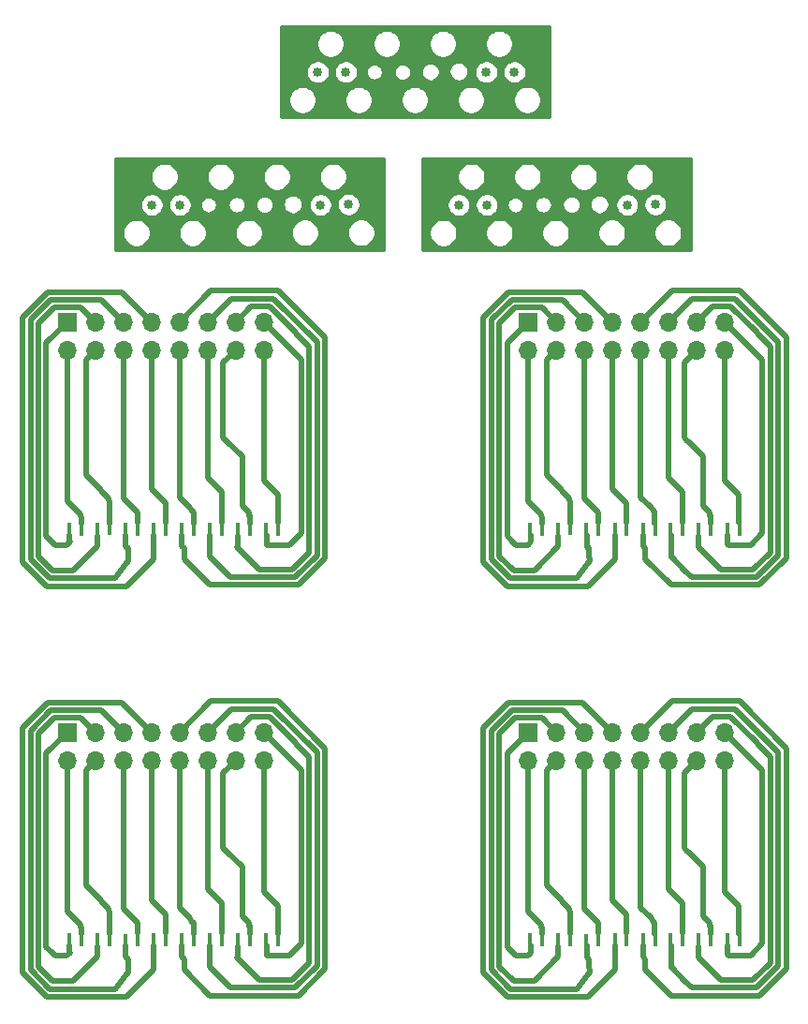
<source format=gbl>
%MOIN*%
%OFA0B0*%
%FSLAX46Y46*%
%IPPOS*%
%LPD*%
%ADD10O,0.066929133858267723X0.066929133858267723*%
%ADD11R,0.066929133858267723X0.066929133858267723*%
%ADD12R,0.015748031496062995X0.059055118110236227*%
%ADD13C,0.01968503937007874*%
%ADD14C,0.015748031496062995*%
%ADD25O,0.066929133858267723X0.066929133858267723*%
%ADD26R,0.066929133858267723X0.066929133858267723*%
%ADD27R,0.015748031496062995X0.059055118110236227*%
%ADD28C,0.01968503937007874*%
%ADD29C,0.015748031496062995*%
%ADD30O,0.066929133858267723X0.066929133858267723*%
%ADD31R,0.066929133858267723X0.066929133858267723*%
%ADD32R,0.015748031496062995X0.059055118110236227*%
%ADD33C,0.01968503937007874*%
%ADD34C,0.015748031496062995*%
%ADD35O,0.066929133858267723X0.066929133858267723*%
%ADD36R,0.066929133858267723X0.066929133858267723*%
%ADD37R,0.015748031496062995X0.059055118110236227*%
%ADD38C,0.01968503937007874*%
%ADD39C,0.015748031496062995*%
%ADD40C,0.033464566929133861*%
%ADD41C,0.01*%
%ADD42C,0.0039370078740157488*%
%ADD43C,0.033464566929133861*%
%ADD44C,0.01*%
%ADD45C,0.0039370078740157488*%
%ADD46C,0.033464566929133861*%
%ADD47C,0.01*%
%ADD48C,0.0039370078740157488*%
G01*
D10*
X-0004656102Y0002990052D02*
X0001103897Y0001130052D03*
X0001103897Y0001230052D03*
X0001003897Y0001130052D03*
X0001003897Y0001230052D03*
X0000903897Y0001130052D03*
X0000903897Y0001230052D03*
X0000803897Y0001130052D03*
X0000803897Y0001230052D03*
X0000703897Y0001130052D03*
X0000703897Y0001230052D03*
X0000603897Y0001130052D03*
X0000603897Y0001230052D03*
X0000503897Y0001130052D03*
X0000503897Y0001230052D03*
X0000403897Y0001130052D03*
D11*
X0000403897Y0001230052D03*
D12*
X0000511138Y0000484678D03*
X0000553657Y0000500426D03*
X0000611138Y0000483678D03*
X0000653657Y0000499426D03*
X0000711638Y0000484178D03*
X0000754157Y0000499926D03*
X0000812138Y0000484178D03*
X0000854657Y0000499926D03*
X0000410638Y0000484178D03*
X0000453157Y0000499926D03*
X0000911138Y0000484178D03*
X0000953657Y0000499926D03*
X0001010638Y0000484178D03*
X0001053157Y0000499926D03*
X0001112138Y0000484178D03*
X0001154657Y0000499926D03*
D13*
X0000359897Y0000435052D02*
X0000346983Y0000447966D01*
X0000411897Y0000472052D02*
X0000411897Y0000448093D01*
X0000328016Y0000467246D02*
X0000328016Y0001154171D01*
X0000412897Y0000447093D02*
X0000401877Y0000436072D01*
X0000328016Y0001154171D02*
X0000403897Y0001230052D01*
X0000360918Y0000436072D02*
X0000359897Y0000435052D01*
X0000346983Y0000447966D02*
X0000346983Y0000448279D01*
X0000346983Y0000448279D02*
X0000328016Y0000467246D01*
X0000411897Y0000448093D02*
X0000412897Y0000447093D01*
X0000401877Y0000436072D02*
X0000360918Y0000436072D01*
X0000450897Y0000537052D02*
X0000452897Y0000535052D01*
X0000450897Y0000546052D02*
X0000450897Y0000537052D01*
X0000452897Y0000535052D02*
X0000452897Y0000512866D01*
X0000403897Y0001130052D02*
X0000403897Y0000593052D01*
X0000403897Y0000593052D02*
X0000450897Y0000546052D01*
X0000300457Y0001225430D02*
X0000300457Y0000396442D01*
X0000452716Y0001281233D02*
X0000356260Y0001281233D01*
X0000397545Y0000345052D02*
X0000424897Y0000345052D01*
X0000356260Y0001281233D02*
X0000300457Y0001225430D01*
X0000300457Y0000396442D02*
X0000351847Y0000345052D01*
X0000351847Y0000345052D02*
X0000397545Y0000345052D01*
X0000503897Y0001230052D02*
X0000452716Y0001281233D01*
X0000510897Y0000470052D02*
X0000510897Y0000431052D01*
X0000510897Y0000431052D02*
X0000424897Y0000345052D01*
X0000523962Y0000629988D02*
X0000550897Y0000603052D01*
X0000470433Y0000685310D02*
X0000523962Y0000631781D01*
X0000470433Y0001096587D02*
X0000470433Y0000685310D01*
X0000503897Y0001130052D02*
X0000470433Y0001096587D01*
X0000523962Y0000631781D02*
X0000523962Y0000629988D01*
X0000552897Y0000592237D02*
X0000552897Y0000513052D01*
D14*
X0000550897Y0000594237D02*
X0000552897Y0000592237D01*
D13*
X0000550897Y0000603052D02*
X0000550897Y0000594237D01*
X0000525157Y0001308792D02*
X0000344844Y0001308792D01*
X0000272897Y0001236846D02*
X0000272897Y0000385027D01*
X0000611897Y0000432052D02*
X0000619897Y0000424052D01*
X0000611897Y0000471052D02*
X0000611897Y0000432052D01*
X0000340872Y0000317052D02*
X0000575827Y0000317052D01*
X0000575827Y0000317052D02*
X0000615224Y0000370378D01*
X0000272897Y0000385027D02*
X0000340872Y0000317052D01*
X0000621995Y0000377149D02*
X0000619897Y0000403470D01*
X0000615224Y0000370378D02*
X0000621995Y0000377149D01*
X0000619897Y0000424052D02*
X0000613897Y0000430052D01*
X0000603897Y0001230052D02*
X0000525157Y0001308792D01*
X0000344844Y0001308792D02*
X0000272897Y0001236846D01*
X0000619897Y0000403470D02*
X0000619897Y0000424052D01*
X0000603897Y0000669052D02*
X0000603897Y0001130052D01*
X0000603897Y0000602455D02*
X0000603897Y0000669052D01*
X0000653897Y0000515052D02*
X0000653897Y0000552455D01*
X0000653897Y0000552455D02*
X0000603897Y0000602455D01*
X0000597597Y0001336352D02*
X0000703897Y0001230052D01*
X0000242897Y0000376052D02*
X0000242897Y0001246052D01*
X0000242897Y0001246052D02*
X0000333198Y0001336352D01*
X0000614897Y0000289052D02*
X0000329897Y0000289052D01*
X0000711897Y0000472052D02*
X0000711897Y0000386052D01*
X0000333198Y0001336352D02*
X0000597597Y0001336352D01*
X0000711897Y0000386052D02*
X0000614897Y0000289052D01*
X0000329897Y0000289052D02*
X0000242897Y0000376052D01*
X0000753897Y0000515656D02*
X0000753897Y0000584052D01*
X0000703897Y0000634052D02*
X0000703897Y0001130052D01*
X0000753897Y0000584052D02*
X0000703897Y0000634052D01*
X0001321897Y0000388623D02*
X0001227207Y0000293933D01*
X0000912016Y0000293933D02*
X0000820897Y0000385052D01*
X0000820897Y0000424052D02*
X0000811897Y0000433052D01*
X0001154897Y0001341052D02*
X0001321897Y0001174052D01*
X0000803897Y0001230052D02*
X0000914897Y0001341052D01*
X0001227207Y0000293933D02*
X0000912016Y0000293933D01*
X0001321897Y0001174052D02*
X0001321897Y0000388623D01*
X0000914897Y0001341052D02*
X0001154897Y0001341052D01*
X0000811897Y0000433052D02*
X0000811897Y0000472052D01*
X0000820897Y0000385052D02*
X0000820897Y0000424052D01*
X0000848897Y0000557383D02*
X0000838080Y0000570869D01*
X0000838080Y0000570869D02*
X0000803897Y0000605052D01*
X0000803897Y0000605052D02*
X0000803897Y0000681052D01*
X0000803897Y0000681052D02*
X0000803897Y0001130052D01*
X0000853897Y0000511993D02*
X0000853897Y0000552052D01*
X0000852897Y0000553383D02*
X0000848897Y0000557383D01*
X0000960788Y0000346052D02*
X0000914897Y0000391943D01*
X0000911897Y0000394943D02*
X0000914897Y0000391943D01*
X0001137897Y0001313052D02*
X0001292897Y0001158052D01*
X0000985348Y0000321492D02*
X0000960788Y0000346052D01*
X0001215791Y0000321492D02*
X0000985348Y0000321492D01*
X0000911897Y0000471052D02*
X0000911897Y0000394943D01*
X0000903897Y0001230052D02*
X0000986897Y0001313052D01*
X0001292897Y0001158052D02*
X0001292897Y0000398598D01*
X0001292897Y0000398598D02*
X0001215791Y0000321492D01*
X0000986897Y0001313052D02*
X0001137897Y0001313052D01*
X0000914897Y0000391943D02*
X0000914007Y0000391943D01*
X0000914007Y0000391943D02*
X0000912897Y0000393052D01*
X0000953897Y0000515052D02*
X0000953897Y0000624052D01*
X0000903897Y0000674052D02*
X0000903897Y0001130052D01*
X0000953897Y0000624052D02*
X0000903897Y0000674052D01*
X0001008897Y0000428052D02*
X0001010897Y0000430052D01*
X0001265338Y0000410014D02*
X0001204376Y0000349052D01*
X0001265338Y0001142611D02*
X0001265338Y0000410014D01*
X0001218897Y0001189052D02*
X0001265338Y0001142611D01*
X0001218897Y0001190800D02*
X0001218897Y0001189052D01*
X0001124205Y0001285492D02*
X0001218897Y0001190800D01*
X0001059338Y0001285492D02*
X0001124205Y0001285492D01*
X0001204376Y0000349052D02*
X0001087897Y0000349052D01*
X0001003897Y0001230052D02*
X0001059338Y0001285492D01*
X0001010897Y0000430052D02*
X0001010897Y0000470052D01*
X0001087897Y0000349052D02*
X0001008897Y0000428052D01*
D14*
X0001049897Y0000540052D02*
X0001049897Y0000519658D01*
D13*
X0001049897Y0000540052D02*
X0001049897Y0000552052D01*
X0000958505Y0001084659D02*
X0000958505Y0000818444D01*
X0001003897Y0001130052D02*
X0000958505Y0001084659D01*
X0000958505Y0000818444D02*
X0000970592Y0000806358D01*
X0000970592Y0000806358D02*
X0000971592Y0000806358D01*
X0000971592Y0000806358D02*
X0001026897Y0000751052D01*
X0001026897Y0000751052D02*
X0001026897Y0000575052D01*
X0001026897Y0000575052D02*
X0001049897Y0000552052D01*
X0001052897Y0000541677D02*
X0001052897Y0000512052D01*
X0001138086Y0000435052D02*
X0001115897Y0000435052D01*
X0001112897Y0000438052D02*
X0001115897Y0000435052D01*
X0001112897Y0000472052D02*
X0001112897Y0000438052D01*
X0001194973Y0000435052D02*
X0001138086Y0000435052D01*
X0001237778Y0000477858D02*
X0001194973Y0000435052D01*
X0001237778Y0001096171D02*
X0001237778Y0000477858D01*
X0001103897Y0001230052D02*
X0001237778Y0001096171D01*
X0001103897Y0000664052D02*
X0001103897Y0001130052D01*
X0001153897Y0000614052D02*
X0001103897Y0000664052D01*
X0001153897Y0000514052D02*
X0001153897Y0000614052D01*
G04 next file*
G04 #@! TF.GenerationSoftware,KiCad,Pcbnew,(5.1.12)-1*
G04 #@! TF.CreationDate,2022-03-26T22:13:32+08:00*
G04 #@! TF.ProjectId,Nozzle,4e6f7a7a-6c65-42e6-9b69-6361645f7063,0.5*
G04 #@! TF.SameCoordinates,Original*
G04 #@! TF.FileFunction,Copper,L2,Bot*
G04 #@! TF.FilePolarity,Positive*
G04 Gerber Fmt 4.6, Leading zero omitted, Abs format (unit mm)*
G04 Created by KiCad (PCBNEW (5.1.12)-1) date 2022-03-26 22:13:32*
G01*
G04 APERTURE LIST*
G04 #@! TA.AperFunction,ComponentPad*
G04 #@! TD*
G04 #@! TA.AperFunction,ComponentPad*
G04 #@! TD*
G04 #@! TA.AperFunction,SMDPad,CuDef*
G04 #@! TD*
G04 #@! TA.AperFunction,Conductor*
G04 #@! TD*
G04 #@! TA.AperFunction,Conductor*
G04 #@! TD*
G04 APERTURE END LIST*
D25*
X-0003014460Y0002990052D02*
X0002745539Y0001130052D03*
X0002745539Y0001230052D03*
X0002645539Y0001130052D03*
X0002645539Y0001230052D03*
X0002545539Y0001130052D03*
X0002545539Y0001230052D03*
X0002445539Y0001130052D03*
X0002445539Y0001230052D03*
X0002345539Y0001130052D03*
X0002345539Y0001230052D03*
X0002245539Y0001130052D03*
X0002245539Y0001230052D03*
X0002145539Y0001130052D03*
X0002145539Y0001230052D03*
X0002045539Y0001130052D03*
D26*
X0002045539Y0001230052D03*
D27*
X0002152779Y0000484678D03*
X0002195299Y0000500426D03*
X0002252779Y0000483678D03*
X0002295299Y0000499426D03*
X0002353279Y0000484178D03*
X0002395799Y0000499926D03*
X0002453779Y0000484178D03*
X0002496299Y0000499926D03*
X0002052279Y0000484178D03*
X0002094799Y0000499926D03*
X0002552779Y0000484178D03*
X0002595299Y0000499926D03*
X0002652279Y0000484178D03*
X0002694799Y0000499926D03*
X0002753779Y0000484178D03*
X0002796299Y0000499926D03*
D28*
X0002001539Y0000435052D02*
X0001988624Y0000447966D01*
X0002053539Y0000472052D02*
X0002053539Y0000448093D01*
X0001969658Y0000467246D02*
X0001969658Y0001154171D01*
X0002054539Y0000447093D02*
X0002043518Y0000436072D01*
X0001969658Y0001154171D02*
X0002045539Y0001230052D01*
X0002002560Y0000436072D02*
X0002001539Y0000435052D01*
X0001988624Y0000447966D02*
X0001988624Y0000448279D01*
X0001988624Y0000448279D02*
X0001969658Y0000467246D01*
X0002053539Y0000448093D02*
X0002054539Y0000447093D01*
X0002043518Y0000436072D02*
X0002002560Y0000436072D01*
X0002092539Y0000537052D02*
X0002094539Y0000535052D01*
X0002092539Y0000546052D02*
X0002092539Y0000537052D01*
X0002094539Y0000535052D02*
X0002094539Y0000512866D01*
X0002045539Y0001130052D02*
X0002045539Y0000593052D01*
X0002045539Y0000593052D02*
X0002092539Y0000546052D01*
X0001942098Y0001225430D02*
X0001942098Y0000396442D01*
X0002094358Y0001281233D02*
X0001997901Y0001281233D01*
X0002039186Y0000345052D02*
X0002066539Y0000345052D01*
X0001997901Y0001281233D02*
X0001942098Y0001225430D01*
X0001942098Y0000396442D02*
X0001993489Y0000345052D01*
X0001993489Y0000345052D02*
X0002039186Y0000345052D01*
X0002145539Y0001230052D02*
X0002094358Y0001281233D01*
X0002152539Y0000470052D02*
X0002152539Y0000431052D01*
X0002152539Y0000431052D02*
X0002066539Y0000345052D01*
X0002165603Y0000629988D02*
X0002192539Y0000603052D01*
X0002112074Y0000685310D02*
X0002165603Y0000631781D01*
X0002112074Y0001096587D02*
X0002112074Y0000685310D01*
X0002145539Y0001130052D02*
X0002112074Y0001096587D01*
X0002165603Y0000631781D02*
X0002165603Y0000629988D01*
X0002194539Y0000592237D02*
X0002194539Y0000513052D01*
D29*
X0002192539Y0000594237D02*
X0002194539Y0000592237D01*
D28*
X0002192539Y0000603052D02*
X0002192539Y0000594237D01*
X0002166798Y0001308792D02*
X0001986486Y0001308792D01*
X0001914539Y0001236846D02*
X0001914539Y0000385027D01*
X0002253539Y0000432052D02*
X0002261539Y0000424052D01*
X0002253539Y0000471052D02*
X0002253539Y0000432052D01*
X0001982514Y0000317052D02*
X0002217469Y0000317052D01*
X0002217469Y0000317052D02*
X0002256865Y0000370378D01*
X0001914539Y0000385027D02*
X0001982514Y0000317052D01*
X0002263636Y0000377149D02*
X0002261539Y0000403470D01*
X0002256865Y0000370378D02*
X0002263636Y0000377149D01*
X0002261539Y0000424052D02*
X0002255539Y0000430052D01*
X0002245539Y0001230052D02*
X0002166798Y0001308792D01*
X0001986486Y0001308792D02*
X0001914539Y0001236846D01*
X0002261539Y0000403470D02*
X0002261539Y0000424052D01*
X0002245539Y0000669052D02*
X0002245539Y0001130052D01*
X0002245539Y0000602455D02*
X0002245539Y0000669052D01*
X0002295539Y0000515052D02*
X0002295539Y0000552455D01*
X0002295539Y0000552455D02*
X0002245539Y0000602455D01*
X0002239239Y0001336352D02*
X0002345539Y0001230052D01*
X0001884539Y0000376052D02*
X0001884539Y0001246052D01*
X0001884539Y0001246052D02*
X0001974839Y0001336352D01*
X0002256539Y0000289052D02*
X0001971539Y0000289052D01*
X0002353539Y0000472052D02*
X0002353539Y0000386052D01*
X0001974839Y0001336352D02*
X0002239239Y0001336352D01*
X0002353539Y0000386052D02*
X0002256539Y0000289052D01*
X0001971539Y0000289052D02*
X0001884539Y0000376052D01*
X0002395539Y0000515656D02*
X0002395539Y0000584052D01*
X0002345539Y0000634052D02*
X0002345539Y0001130052D01*
X0002395539Y0000584052D02*
X0002345539Y0000634052D01*
X0002963539Y0000388623D02*
X0002868848Y0000293933D01*
X0002553658Y0000293933D02*
X0002462539Y0000385052D01*
X0002462539Y0000424052D02*
X0002453539Y0000433052D01*
X0002796539Y0001341052D02*
X0002963539Y0001174052D01*
X0002445539Y0001230052D02*
X0002556539Y0001341052D01*
X0002868848Y0000293933D02*
X0002553658Y0000293933D01*
X0002963539Y0001174052D02*
X0002963539Y0000388623D01*
X0002556539Y0001341052D02*
X0002796539Y0001341052D01*
X0002453539Y0000433052D02*
X0002453539Y0000472052D01*
X0002462539Y0000385052D02*
X0002462539Y0000424052D01*
X0002490539Y0000557383D02*
X0002479721Y0000570869D01*
X0002479721Y0000570869D02*
X0002445539Y0000605052D01*
X0002445539Y0000605052D02*
X0002445539Y0000681052D01*
X0002445539Y0000681052D02*
X0002445539Y0001130052D01*
X0002495539Y0000511993D02*
X0002495539Y0000552052D01*
X0002494539Y0000553383D02*
X0002490539Y0000557383D01*
X0002602430Y0000346052D02*
X0002556539Y0000391943D01*
X0002553539Y0000394943D02*
X0002556539Y0000391943D01*
X0002779539Y0001313052D02*
X0002934539Y0001158052D01*
X0002626989Y0000321492D02*
X0002602430Y0000346052D01*
X0002857433Y0000321492D02*
X0002626989Y0000321492D01*
X0002553539Y0000471052D02*
X0002553539Y0000394943D01*
X0002545539Y0001230052D02*
X0002628539Y0001313052D01*
X0002934539Y0001158052D02*
X0002934539Y0000398598D01*
X0002934539Y0000398598D02*
X0002857433Y0000321492D01*
X0002628539Y0001313052D02*
X0002779539Y0001313052D01*
X0002556539Y0000391943D02*
X0002555648Y0000391943D01*
X0002555648Y0000391943D02*
X0002554539Y0000393052D01*
X0002595539Y0000515052D02*
X0002595539Y0000624052D01*
X0002545539Y0000674052D02*
X0002545539Y0001130052D01*
X0002595539Y0000624052D02*
X0002545539Y0000674052D01*
X0002650539Y0000428052D02*
X0002652539Y0000430052D01*
X0002906979Y0000410014D02*
X0002846017Y0000349052D01*
X0002906979Y0001142611D02*
X0002906979Y0000410014D01*
X0002860539Y0001189052D02*
X0002906979Y0001142611D01*
X0002860539Y0001190800D02*
X0002860539Y0001189052D01*
X0002765847Y0001285492D02*
X0002860539Y0001190800D01*
X0002700979Y0001285492D02*
X0002765847Y0001285492D01*
X0002846017Y0000349052D02*
X0002729539Y0000349052D01*
X0002645539Y0001230052D02*
X0002700979Y0001285492D01*
X0002652539Y0000430052D02*
X0002652539Y0000470052D01*
X0002729539Y0000349052D02*
X0002650539Y0000428052D01*
D29*
X0002691539Y0000540052D02*
X0002691539Y0000519658D01*
D28*
X0002691539Y0000540052D02*
X0002691539Y0000552052D01*
X0002600146Y0001084659D02*
X0002600146Y0000818444D01*
X0002645539Y0001130052D02*
X0002600146Y0001084659D01*
X0002600146Y0000818444D02*
X0002612233Y0000806358D01*
X0002612233Y0000806358D02*
X0002613233Y0000806358D01*
X0002613233Y0000806358D02*
X0002668539Y0000751052D01*
X0002668539Y0000751052D02*
X0002668539Y0000575052D01*
X0002668539Y0000575052D02*
X0002691539Y0000552052D01*
X0002694539Y0000541677D02*
X0002694539Y0000512052D01*
X0002779727Y0000435052D02*
X0002757539Y0000435052D01*
X0002754539Y0000438052D02*
X0002757539Y0000435052D01*
X0002754539Y0000472052D02*
X0002754539Y0000438052D01*
X0002836614Y0000435052D02*
X0002779727Y0000435052D01*
X0002879420Y0000477858D02*
X0002836614Y0000435052D01*
X0002879420Y0001096171D02*
X0002879420Y0000477858D01*
X0002745539Y0001230052D02*
X0002879420Y0001096171D01*
X0002745539Y0000664052D02*
X0002745539Y0001130052D01*
X0002795539Y0000614052D02*
X0002745539Y0000664052D01*
X0002795539Y0000514052D02*
X0002795539Y0000614052D01*
G04 next file*
G04 #@! TF.GenerationSoftware,KiCad,Pcbnew,(5.1.12)-1*
G04 #@! TF.CreationDate,2022-03-26T22:13:32+08:00*
G04 #@! TF.ProjectId,Nozzle,4e6f7a7a-6c65-42e6-9b69-6361645f7063,0.5*
G04 #@! TF.SameCoordinates,Original*
G04 #@! TF.FileFunction,Copper,L2,Bot*
G04 #@! TF.FilePolarity,Positive*
G04 Gerber Fmt 4.6, Leading zero omitted, Abs format (unit mm)*
G04 Created by KiCad (PCBNEW (5.1.12)-1) date 2022-03-26 22:13:32*
G01*
G04 APERTURE LIST*
G04 #@! TA.AperFunction,ComponentPad*
G04 #@! TD*
G04 #@! TA.AperFunction,ComponentPad*
G04 #@! TD*
G04 #@! TA.AperFunction,SMDPad,CuDef*
G04 #@! TD*
G04 #@! TA.AperFunction,Conductor*
G04 #@! TD*
G04 #@! TA.AperFunction,Conductor*
G04 #@! TD*
G04 APERTURE END LIST*
D30*
X-0004656102Y0004450682D02*
X0001103897Y0002590682D03*
X0001103897Y0002690682D03*
X0001003897Y0002590682D03*
X0001003897Y0002690682D03*
X0000903897Y0002590682D03*
X0000903897Y0002690682D03*
X0000803897Y0002590682D03*
X0000803897Y0002690682D03*
X0000703897Y0002590682D03*
X0000703897Y0002690682D03*
X0000603897Y0002590682D03*
X0000603897Y0002690682D03*
X0000503897Y0002590682D03*
X0000503897Y0002690682D03*
X0000403897Y0002590682D03*
D31*
X0000403897Y0002690682D03*
D32*
X0000511138Y0001945308D03*
X0000553657Y0001961057D03*
X0000611138Y0001944308D03*
X0000653657Y0001960057D03*
X0000711638Y0001944808D03*
X0000754157Y0001960557D03*
X0000812138Y0001944808D03*
X0000854657Y0001960557D03*
X0000410638Y0001944808D03*
X0000453157Y0001960557D03*
X0000911138Y0001944808D03*
X0000953657Y0001960557D03*
X0001010638Y0001944808D03*
X0001053157Y0001960557D03*
X0001112138Y0001944808D03*
X0001154657Y0001960557D03*
D33*
X0000359897Y0001895682D02*
X0000346983Y0001908597D01*
X0000411897Y0001932682D02*
X0000411897Y0001908724D01*
X0000328016Y0001927876D02*
X0000328016Y0002614801D01*
X0000412897Y0001907724D02*
X0000401877Y0001896703D01*
X0000328016Y0002614801D02*
X0000403897Y0002690682D01*
X0000360918Y0001896703D02*
X0000359897Y0001895682D01*
X0000346983Y0001908597D02*
X0000346983Y0001908910D01*
X0000346983Y0001908910D02*
X0000328016Y0001927876D01*
X0000411897Y0001908724D02*
X0000412897Y0001907724D01*
X0000401877Y0001896703D02*
X0000360918Y0001896703D01*
X0000450897Y0001997682D02*
X0000452897Y0001995682D01*
X0000450897Y0002006682D02*
X0000450897Y0001997682D01*
X0000452897Y0001995682D02*
X0000452897Y0001973497D01*
X0000403897Y0002590682D02*
X0000403897Y0002053682D01*
X0000403897Y0002053682D02*
X0000450897Y0002006682D01*
X0000300457Y0002686061D02*
X0000300457Y0001857073D01*
X0000452716Y0002741864D02*
X0000356260Y0002741864D01*
X0000397545Y0001805682D02*
X0000424897Y0001805682D01*
X0000356260Y0002741864D02*
X0000300457Y0002686061D01*
X0000300457Y0001857073D02*
X0000351847Y0001805682D01*
X0000351847Y0001805682D02*
X0000397545Y0001805682D01*
X0000503897Y0002690682D02*
X0000452716Y0002741864D01*
X0000510897Y0001930682D02*
X0000510897Y0001891682D01*
X0000510897Y0001891682D02*
X0000424897Y0001805682D01*
X0000523962Y0002090618D02*
X0000550897Y0002063682D01*
X0000470433Y0002145941D02*
X0000523962Y0002092412D01*
X0000470433Y0002557218D02*
X0000470433Y0002145941D01*
X0000503897Y0002590682D02*
X0000470433Y0002557218D01*
X0000523962Y0002092412D02*
X0000523962Y0002090618D01*
X0000552897Y0002052868D02*
X0000552897Y0001973682D01*
D34*
X0000550897Y0002054868D02*
X0000552897Y0002052868D01*
D33*
X0000550897Y0002063682D02*
X0000550897Y0002054868D01*
X0000525157Y0002769423D02*
X0000344844Y0002769423D01*
X0000272897Y0002697476D02*
X0000272897Y0001845657D01*
X0000611897Y0001892682D02*
X0000619897Y0001884682D01*
X0000611897Y0001931682D02*
X0000611897Y0001892682D01*
X0000340872Y0001777682D02*
X0000575827Y0001777682D01*
X0000575827Y0001777682D02*
X0000615224Y0001831009D01*
X0000272897Y0001845657D02*
X0000340872Y0001777682D01*
X0000621995Y0001837780D02*
X0000619897Y0001864101D01*
X0000615224Y0001831009D02*
X0000621995Y0001837780D01*
X0000619897Y0001884682D02*
X0000613897Y0001890682D01*
X0000603897Y0002690682D02*
X0000525157Y0002769423D01*
X0000344844Y0002769423D02*
X0000272897Y0002697476D01*
X0000619897Y0001864101D02*
X0000619897Y0001884682D01*
X0000603897Y0002129682D02*
X0000603897Y0002590682D01*
X0000603897Y0002063086D02*
X0000603897Y0002129682D01*
X0000653897Y0001975682D02*
X0000653897Y0002013086D01*
X0000653897Y0002013086D02*
X0000603897Y0002063086D01*
X0000597597Y0002796983D02*
X0000703897Y0002690682D01*
X0000242897Y0001836682D02*
X0000242897Y0002706682D01*
X0000242897Y0002706682D02*
X0000333198Y0002796983D01*
X0000614897Y0001749682D02*
X0000329897Y0001749682D01*
X0000711897Y0001932682D02*
X0000711897Y0001846682D01*
X0000333198Y0002796983D02*
X0000597597Y0002796983D01*
X0000711897Y0001846682D02*
X0000614897Y0001749682D01*
X0000329897Y0001749682D02*
X0000242897Y0001836682D01*
X0000753897Y0001976287D02*
X0000753897Y0002044682D01*
X0000703897Y0002094682D02*
X0000703897Y0002590682D01*
X0000753897Y0002044682D02*
X0000703897Y0002094682D01*
X0001321897Y0001849254D02*
X0001227207Y0001754564D01*
X0000912016Y0001754564D02*
X0000820897Y0001845682D01*
X0000820897Y0001884682D02*
X0000811897Y0001893682D01*
X0001154897Y0002801682D02*
X0001321897Y0002634682D01*
X0000803897Y0002690682D02*
X0000914897Y0002801682D01*
X0001227207Y0001754564D02*
X0000912016Y0001754564D01*
X0001321897Y0002634682D02*
X0001321897Y0001849254D01*
X0000914897Y0002801682D02*
X0001154897Y0002801682D01*
X0000811897Y0001893682D02*
X0000811897Y0001932682D01*
X0000820897Y0001845682D02*
X0000820897Y0001884682D01*
X0000848897Y0002018014D02*
X0000838080Y0002031500D01*
X0000838080Y0002031500D02*
X0000803897Y0002065682D01*
X0000803897Y0002065682D02*
X0000803897Y0002141682D01*
X0000803897Y0002141682D02*
X0000803897Y0002590682D01*
X0000853897Y0001972624D02*
X0000853897Y0002012682D01*
X0000852897Y0002014014D02*
X0000848897Y0002018014D01*
X0000960788Y0001806682D02*
X0000914897Y0001852573D01*
X0000911897Y0001855573D02*
X0000914897Y0001852573D01*
X0001137897Y0002773682D02*
X0001292897Y0002618682D01*
X0000985348Y0001782123D02*
X0000960788Y0001806682D01*
X0001215791Y0001782123D02*
X0000985348Y0001782123D01*
X0000911897Y0001931682D02*
X0000911897Y0001855573D01*
X0000903897Y0002690682D02*
X0000986897Y0002773682D01*
X0001292897Y0002618682D02*
X0001292897Y0001859229D01*
X0001292897Y0001859229D02*
X0001215791Y0001782123D01*
X0000986897Y0002773682D02*
X0001137897Y0002773682D01*
X0000914897Y0001852573D02*
X0000914007Y0001852573D01*
X0000914007Y0001852573D02*
X0000912897Y0001853682D01*
X0000953897Y0001975682D02*
X0000953897Y0002084682D01*
X0000903897Y0002134682D02*
X0000903897Y0002590682D01*
X0000953897Y0002084682D02*
X0000903897Y0002134682D01*
X0001008897Y0001888682D02*
X0001010897Y0001890682D01*
X0001265338Y0001870645D02*
X0001204376Y0001809682D01*
X0001265338Y0002603242D02*
X0001265338Y0001870645D01*
X0001218897Y0002649682D02*
X0001265338Y0002603242D01*
X0001218897Y0002651431D02*
X0001218897Y0002649682D01*
X0001124205Y0002746123D02*
X0001218897Y0002651431D01*
X0001059338Y0002746123D02*
X0001124205Y0002746123D01*
X0001204376Y0001809682D02*
X0001087897Y0001809682D01*
X0001003897Y0002690682D02*
X0001059338Y0002746123D01*
X0001010897Y0001890682D02*
X0001010897Y0001930682D01*
X0001087897Y0001809682D02*
X0001008897Y0001888682D01*
D34*
X0001049897Y0002000682D02*
X0001049897Y0001980289D01*
D33*
X0001049897Y0002000682D02*
X0001049897Y0002012682D01*
X0000958505Y0002545290D02*
X0000958505Y0002279075D01*
X0001003897Y0002590682D02*
X0000958505Y0002545290D01*
X0000958505Y0002279075D02*
X0000970592Y0002266988D01*
X0000970592Y0002266988D02*
X0000971592Y0002266988D01*
X0000971592Y0002266988D02*
X0001026897Y0002211682D01*
X0001026897Y0002211682D02*
X0001026897Y0002035682D01*
X0001026897Y0002035682D02*
X0001049897Y0002012682D01*
X0001052897Y0002002308D02*
X0001052897Y0001972682D01*
X0001138086Y0001895682D02*
X0001115897Y0001895682D01*
X0001112897Y0001898682D02*
X0001115897Y0001895682D01*
X0001112897Y0001932682D02*
X0001112897Y0001898682D01*
X0001194973Y0001895682D02*
X0001138086Y0001895682D01*
X0001237778Y0001938488D02*
X0001194973Y0001895682D01*
X0001237778Y0002556801D02*
X0001237778Y0001938488D01*
X0001103897Y0002690682D02*
X0001237778Y0002556801D01*
X0001103897Y0002124682D02*
X0001103897Y0002590682D01*
X0001153897Y0002074682D02*
X0001103897Y0002124682D01*
X0001153897Y0001974682D02*
X0001153897Y0002074682D01*
G04 next file*
G04 #@! TF.GenerationSoftware,KiCad,Pcbnew,(5.1.12)-1*
G04 #@! TF.CreationDate,2022-03-26T22:13:32+08:00*
G04 #@! TF.ProjectId,Nozzle,4e6f7a7a-6c65-42e6-9b69-6361645f7063,0.5*
G04 #@! TF.SameCoordinates,Original*
G04 #@! TF.FileFunction,Copper,L2,Bot*
G04 #@! TF.FilePolarity,Positive*
G04 Gerber Fmt 4.6, Leading zero omitted, Abs format (unit mm)*
G04 Created by KiCad (PCBNEW (5.1.12)-1) date 2022-03-26 22:13:32*
G01*
G04 APERTURE LIST*
G04 #@! TA.AperFunction,ComponentPad*
G04 #@! TD*
G04 #@! TA.AperFunction,ComponentPad*
G04 #@! TD*
G04 #@! TA.AperFunction,SMDPad,CuDef*
G04 #@! TD*
G04 #@! TA.AperFunction,Conductor*
G04 #@! TD*
G04 #@! TA.AperFunction,Conductor*
G04 #@! TD*
G04 APERTURE END LIST*
D35*
X-0003014460Y0004450682D02*
X0002745539Y0002590682D03*
X0002745539Y0002690682D03*
X0002645539Y0002590682D03*
X0002645539Y0002690682D03*
X0002545539Y0002590682D03*
X0002545539Y0002690682D03*
X0002445539Y0002590682D03*
X0002445539Y0002690682D03*
X0002345539Y0002590682D03*
X0002345539Y0002690682D03*
X0002245539Y0002590682D03*
X0002245539Y0002690682D03*
X0002145539Y0002590682D03*
X0002145539Y0002690682D03*
X0002045539Y0002590682D03*
D36*
X0002045539Y0002690682D03*
D37*
X0002152779Y0001945308D03*
X0002195299Y0001961057D03*
X0002252779Y0001944308D03*
X0002295299Y0001960057D03*
X0002353279Y0001944808D03*
X0002395799Y0001960557D03*
X0002453779Y0001944808D03*
X0002496299Y0001960557D03*
X0002052279Y0001944808D03*
X0002094799Y0001960557D03*
X0002552779Y0001944808D03*
X0002595299Y0001960557D03*
X0002652279Y0001944808D03*
X0002694799Y0001960557D03*
X0002753779Y0001944808D03*
X0002796299Y0001960557D03*
D38*
X0002001539Y0001895682D02*
X0001988624Y0001908597D01*
X0002053539Y0001932682D02*
X0002053539Y0001908724D01*
X0001969658Y0001927876D02*
X0001969658Y0002614801D01*
X0002054539Y0001907724D02*
X0002043518Y0001896703D01*
X0001969658Y0002614801D02*
X0002045539Y0002690682D01*
X0002002560Y0001896703D02*
X0002001539Y0001895682D01*
X0001988624Y0001908597D02*
X0001988624Y0001908910D01*
X0001988624Y0001908910D02*
X0001969658Y0001927876D01*
X0002053539Y0001908724D02*
X0002054539Y0001907724D01*
X0002043518Y0001896703D02*
X0002002560Y0001896703D01*
X0002092539Y0001997682D02*
X0002094539Y0001995682D01*
X0002092539Y0002006682D02*
X0002092539Y0001997682D01*
X0002094539Y0001995682D02*
X0002094539Y0001973497D01*
X0002045539Y0002590682D02*
X0002045539Y0002053682D01*
X0002045539Y0002053682D02*
X0002092539Y0002006682D01*
X0001942098Y0002686061D02*
X0001942098Y0001857073D01*
X0002094358Y0002741864D02*
X0001997901Y0002741864D01*
X0002039186Y0001805682D02*
X0002066539Y0001805682D01*
X0001997901Y0002741864D02*
X0001942098Y0002686061D01*
X0001942098Y0001857073D02*
X0001993489Y0001805682D01*
X0001993489Y0001805682D02*
X0002039186Y0001805682D01*
X0002145539Y0002690682D02*
X0002094358Y0002741864D01*
X0002152539Y0001930682D02*
X0002152539Y0001891682D01*
X0002152539Y0001891682D02*
X0002066539Y0001805682D01*
X0002165603Y0002090618D02*
X0002192539Y0002063682D01*
X0002112074Y0002145941D02*
X0002165603Y0002092412D01*
X0002112074Y0002557218D02*
X0002112074Y0002145941D01*
X0002145539Y0002590682D02*
X0002112074Y0002557218D01*
X0002165603Y0002092412D02*
X0002165603Y0002090618D01*
X0002194539Y0002052868D02*
X0002194539Y0001973682D01*
D39*
X0002192539Y0002054868D02*
X0002194539Y0002052868D01*
D38*
X0002192539Y0002063682D02*
X0002192539Y0002054868D01*
X0002166798Y0002769423D02*
X0001986486Y0002769423D01*
X0001914539Y0002697476D02*
X0001914539Y0001845657D01*
X0002253539Y0001892682D02*
X0002261539Y0001884682D01*
X0002253539Y0001931682D02*
X0002253539Y0001892682D01*
X0001982514Y0001777682D02*
X0002217469Y0001777682D01*
X0002217469Y0001777682D02*
X0002256865Y0001831009D01*
X0001914539Y0001845657D02*
X0001982514Y0001777682D01*
X0002263636Y0001837780D02*
X0002261539Y0001864101D01*
X0002256865Y0001831009D02*
X0002263636Y0001837780D01*
X0002261539Y0001884682D02*
X0002255539Y0001890682D01*
X0002245539Y0002690682D02*
X0002166798Y0002769423D01*
X0001986486Y0002769423D02*
X0001914539Y0002697476D01*
X0002261539Y0001864101D02*
X0002261539Y0001884682D01*
X0002245539Y0002129682D02*
X0002245539Y0002590682D01*
X0002245539Y0002063086D02*
X0002245539Y0002129682D01*
X0002295539Y0001975682D02*
X0002295539Y0002013086D01*
X0002295539Y0002013086D02*
X0002245539Y0002063086D01*
X0002239239Y0002796983D02*
X0002345539Y0002690682D01*
X0001884539Y0001836682D02*
X0001884539Y0002706682D01*
X0001884539Y0002706682D02*
X0001974839Y0002796983D01*
X0002256539Y0001749682D02*
X0001971539Y0001749682D01*
X0002353539Y0001932682D02*
X0002353539Y0001846682D01*
X0001974839Y0002796983D02*
X0002239239Y0002796983D01*
X0002353539Y0001846682D02*
X0002256539Y0001749682D01*
X0001971539Y0001749682D02*
X0001884539Y0001836682D01*
X0002395539Y0001976287D02*
X0002395539Y0002044682D01*
X0002345539Y0002094682D02*
X0002345539Y0002590682D01*
X0002395539Y0002044682D02*
X0002345539Y0002094682D01*
X0002963539Y0001849254D02*
X0002868848Y0001754564D01*
X0002553658Y0001754564D02*
X0002462539Y0001845682D01*
X0002462539Y0001884682D02*
X0002453539Y0001893682D01*
X0002796539Y0002801682D02*
X0002963539Y0002634682D01*
X0002445539Y0002690682D02*
X0002556539Y0002801682D01*
X0002868848Y0001754564D02*
X0002553658Y0001754564D01*
X0002963539Y0002634682D02*
X0002963539Y0001849254D01*
X0002556539Y0002801682D02*
X0002796539Y0002801682D01*
X0002453539Y0001893682D02*
X0002453539Y0001932682D01*
X0002462539Y0001845682D02*
X0002462539Y0001884682D01*
X0002490539Y0002018014D02*
X0002479721Y0002031500D01*
X0002479721Y0002031500D02*
X0002445539Y0002065682D01*
X0002445539Y0002065682D02*
X0002445539Y0002141682D01*
X0002445539Y0002141682D02*
X0002445539Y0002590682D01*
X0002495539Y0001972624D02*
X0002495539Y0002012682D01*
X0002494539Y0002014014D02*
X0002490539Y0002018014D01*
X0002602430Y0001806682D02*
X0002556539Y0001852573D01*
X0002553539Y0001855573D02*
X0002556539Y0001852573D01*
X0002779539Y0002773682D02*
X0002934539Y0002618682D01*
X0002626989Y0001782123D02*
X0002602430Y0001806682D01*
X0002857433Y0001782123D02*
X0002626989Y0001782123D01*
X0002553539Y0001931682D02*
X0002553539Y0001855573D01*
X0002545539Y0002690682D02*
X0002628539Y0002773682D01*
X0002934539Y0002618682D02*
X0002934539Y0001859229D01*
X0002934539Y0001859229D02*
X0002857433Y0001782123D01*
X0002628539Y0002773682D02*
X0002779539Y0002773682D01*
X0002556539Y0001852573D02*
X0002555648Y0001852573D01*
X0002555648Y0001852573D02*
X0002554539Y0001853682D01*
X0002595539Y0001975682D02*
X0002595539Y0002084682D01*
X0002545539Y0002134682D02*
X0002545539Y0002590682D01*
X0002595539Y0002084682D02*
X0002545539Y0002134682D01*
X0002650539Y0001888682D02*
X0002652539Y0001890682D01*
X0002906979Y0001870645D02*
X0002846017Y0001809682D01*
X0002906979Y0002603242D02*
X0002906979Y0001870645D01*
X0002860539Y0002649682D02*
X0002906979Y0002603242D01*
X0002860539Y0002651431D02*
X0002860539Y0002649682D01*
X0002765847Y0002746123D02*
X0002860539Y0002651431D01*
X0002700979Y0002746123D02*
X0002765847Y0002746123D01*
X0002846017Y0001809682D02*
X0002729539Y0001809682D01*
X0002645539Y0002690682D02*
X0002700979Y0002746123D01*
X0002652539Y0001890682D02*
X0002652539Y0001930682D01*
X0002729539Y0001809682D02*
X0002650539Y0001888682D01*
D39*
X0002691539Y0002000682D02*
X0002691539Y0001980289D01*
D38*
X0002691539Y0002000682D02*
X0002691539Y0002012682D01*
X0002600146Y0002545290D02*
X0002600146Y0002279075D01*
X0002645539Y0002590682D02*
X0002600146Y0002545290D01*
X0002600146Y0002279075D02*
X0002612233Y0002266988D01*
X0002612233Y0002266988D02*
X0002613233Y0002266988D01*
X0002613233Y0002266988D02*
X0002668539Y0002211682D01*
X0002668539Y0002211682D02*
X0002668539Y0002035682D01*
X0002668539Y0002035682D02*
X0002691539Y0002012682D01*
X0002694539Y0002002308D02*
X0002694539Y0001972682D01*
X0002779727Y0001895682D02*
X0002757539Y0001895682D01*
X0002754539Y0001898682D02*
X0002757539Y0001895682D01*
X0002754539Y0001932682D02*
X0002754539Y0001898682D01*
X0002836614Y0001895682D02*
X0002779727Y0001895682D01*
X0002879420Y0001938488D02*
X0002836614Y0001895682D01*
X0002879420Y0002556801D02*
X0002879420Y0001938488D01*
X0002745539Y0002690682D02*
X0002879420Y0002556801D01*
X0002745539Y0002124682D02*
X0002745539Y0002590682D01*
X0002795539Y0002074682D02*
X0002745539Y0002124682D01*
X0002795539Y0001974682D02*
X0002795539Y0002074682D01*
G04 next file*
G04 #@! TF.GenerationSoftware,KiCad,Pcbnew,(5.1.12)-1*
G04 #@! TF.CreationDate,2022-03-26T22:19:29+08:00*
G04 #@! TF.ProjectId,Nozzle,4e6f7a7a-6c65-42e6-9b69-6361645f7063,0.5*
G04 #@! TF.SameCoordinates,Original*
G04 #@! TF.FileFunction,Copper,L2,Bot*
G04 #@! TF.FilePolarity,Positive*
G04 Gerber Fmt 4.6, Leading zero omitted, Abs format (unit mm)*
G04 Created by KiCad (PCBNEW (5.1.12)-1) date 2022-03-26 22:19:29*
G01*
G04 APERTURE LIST*
G04 #@! TA.AperFunction,ComponentPad*
G04 #@! TD*
G04 #@! TA.AperFunction,NonConductor*
G04 #@! TD*
G04 #@! TA.AperFunction,NonConductor*
G04 #@! TD*
G04 APERTURE END LIST*
D40*
X-0004409448Y0004448818D02*
X0001405551Y0003107818D03*
X0000805551Y0003107318D03*
X0001305551Y0003107318D03*
X0000705551Y0003107318D03*
D41*
X0001531350Y0002947303D02*
X0000575535Y0002947303D01*
X0000575535Y0003012243D01*
X0000600551Y0003012243D01*
X0000600551Y0003002394D01*
X0000602472Y0002992734D01*
X0000606241Y0002983635D01*
X0000611713Y0002975445D01*
X0000618677Y0002968481D01*
X0000626867Y0002963009D01*
X0000635966Y0002959240D01*
X0000645626Y0002957318D01*
X0000655475Y0002957318D01*
X0000665135Y0002959240D01*
X0000674235Y0002963009D01*
X0000682424Y0002968481D01*
X0000689388Y0002975445D01*
X0000694860Y0002983635D01*
X0000698629Y0002992734D01*
X0000700551Y0003002394D01*
X0000700551Y0003012243D01*
X0000800551Y0003012243D01*
X0000800551Y0003002394D01*
X0000802472Y0002992734D01*
X0000806241Y0002983635D01*
X0000811713Y0002975445D01*
X0000818677Y0002968481D01*
X0000826867Y0002963009D01*
X0000835966Y0002959240D01*
X0000845626Y0002957318D01*
X0000855475Y0002957318D01*
X0000865135Y0002959240D01*
X0000874235Y0002963009D01*
X0000882424Y0002968481D01*
X0000889388Y0002975445D01*
X0000894860Y0002983635D01*
X0000898629Y0002992734D01*
X0000900551Y0003002394D01*
X0000900551Y0003012243D01*
X0001000551Y0003012243D01*
X0001000551Y0003002394D01*
X0001002472Y0002992734D01*
X0001006241Y0002983635D01*
X0001011713Y0002975445D01*
X0001018678Y0002968481D01*
X0001026867Y0002963009D01*
X0001035966Y0002959240D01*
X0001045626Y0002957318D01*
X0001055475Y0002957318D01*
X0001065135Y0002959240D01*
X0001074235Y0002963009D01*
X0001082424Y0002968481D01*
X0001089388Y0002975445D01*
X0001094860Y0002983635D01*
X0001098629Y0002992734D01*
X0001100551Y0003002394D01*
X0001100551Y0003012243D01*
X0001100451Y0003012743D01*
X0001200551Y0003012743D01*
X0001200551Y0003002894D01*
X0001202472Y0002993234D01*
X0001206241Y0002984134D01*
X0001211713Y0002975945D01*
X0001218677Y0002968981D01*
X0001226867Y0002963509D01*
X0001235966Y0002959740D01*
X0001245626Y0002957818D01*
X0001255475Y0002957818D01*
X0001265135Y0002959740D01*
X0001274235Y0002963509D01*
X0001282424Y0002968981D01*
X0001289388Y0002975945D01*
X0001294860Y0002984134D01*
X0001298629Y0002993234D01*
X0001300551Y0003002894D01*
X0001300551Y0003012743D01*
X0001400551Y0003012743D01*
X0001400551Y0003002894D01*
X0001402472Y0002993234D01*
X0001406241Y0002984134D01*
X0001411713Y0002975945D01*
X0001418678Y0002968981D01*
X0001426867Y0002963509D01*
X0001435966Y0002959740D01*
X0001445626Y0002957818D01*
X0001455475Y0002957818D01*
X0001465135Y0002959740D01*
X0001474235Y0002963509D01*
X0001482424Y0002968981D01*
X0001489388Y0002975945D01*
X0001494860Y0002984134D01*
X0001498629Y0002993234D01*
X0001500551Y0003002894D01*
X0001500551Y0003012743D01*
X0001498629Y0003022403D01*
X0001494860Y0003031502D01*
X0001489388Y0003039692D01*
X0001482424Y0003046656D01*
X0001474235Y0003052128D01*
X0001465135Y0003055897D01*
X0001455475Y0003057818D01*
X0001445626Y0003057818D01*
X0001435966Y0003055897D01*
X0001426867Y0003052128D01*
X0001418678Y0003046656D01*
X0001411713Y0003039692D01*
X0001406241Y0003031502D01*
X0001402472Y0003022403D01*
X0001400551Y0003012743D01*
X0001300551Y0003012743D01*
X0001298629Y0003022403D01*
X0001294860Y0003031502D01*
X0001289388Y0003039692D01*
X0001282424Y0003046656D01*
X0001274235Y0003052128D01*
X0001265135Y0003055897D01*
X0001255475Y0003057818D01*
X0001245626Y0003057818D01*
X0001235966Y0003055897D01*
X0001226867Y0003052128D01*
X0001218677Y0003046656D01*
X0001211713Y0003039692D01*
X0001206241Y0003031502D01*
X0001202472Y0003022403D01*
X0001200551Y0003012743D01*
X0001100451Y0003012743D01*
X0001098629Y0003021903D01*
X0001094860Y0003031002D01*
X0001089388Y0003039192D01*
X0001082424Y0003046156D01*
X0001074235Y0003051628D01*
X0001065135Y0003055397D01*
X0001055475Y0003057318D01*
X0001045626Y0003057318D01*
X0001035966Y0003055397D01*
X0001026867Y0003051628D01*
X0001018678Y0003046156D01*
X0001011713Y0003039192D01*
X0001006241Y0003031002D01*
X0001002472Y0003021903D01*
X0001000551Y0003012243D01*
X0000900551Y0003012243D01*
X0000898629Y0003021903D01*
X0000894860Y0003031002D01*
X0000889388Y0003039192D01*
X0000882424Y0003046156D01*
X0000874235Y0003051628D01*
X0000865135Y0003055397D01*
X0000855475Y0003057318D01*
X0000845626Y0003057318D01*
X0000835966Y0003055397D01*
X0000826867Y0003051628D01*
X0000818677Y0003046156D01*
X0000811713Y0003039192D01*
X0000806241Y0003031002D01*
X0000802472Y0003021903D01*
X0000800551Y0003012243D01*
X0000700551Y0003012243D01*
X0000698629Y0003021903D01*
X0000694860Y0003031002D01*
X0000689388Y0003039192D01*
X0000682424Y0003046156D01*
X0000674235Y0003051628D01*
X0000665135Y0003055397D01*
X0000655475Y0003057318D01*
X0000645626Y0003057318D01*
X0000635966Y0003055397D01*
X0000626867Y0003051628D01*
X0000618677Y0003046156D01*
X0000611713Y0003039192D01*
X0000606241Y0003031002D01*
X0000602472Y0003021903D01*
X0000600551Y0003012243D01*
X0000575535Y0003012243D01*
X0000575535Y0003111429D01*
X0000663818Y0003111429D01*
X0000663818Y0003103208D01*
X0000665422Y0003095146D01*
X0000668568Y0003087551D01*
X0000673135Y0003080716D01*
X0000678948Y0003074903D01*
X0000685783Y0003070336D01*
X0000693378Y0003067190D01*
X0000701440Y0003065586D01*
X0000709661Y0003065586D01*
X0000717724Y0003067190D01*
X0000725318Y0003070336D01*
X0000732153Y0003074903D01*
X0000737966Y0003080716D01*
X0000742533Y0003087551D01*
X0000745679Y0003095146D01*
X0000747283Y0003103208D01*
X0000747283Y0003111429D01*
X0000763818Y0003111429D01*
X0000763818Y0003103208D01*
X0000765422Y0003095146D01*
X0000768568Y0003087551D01*
X0000773135Y0003080716D01*
X0000778948Y0003074903D01*
X0000785783Y0003070336D01*
X0000793378Y0003067190D01*
X0000801440Y0003065586D01*
X0000809661Y0003065586D01*
X0000817724Y0003067190D01*
X0000825318Y0003070336D01*
X0000832153Y0003074903D01*
X0000837966Y0003080716D01*
X0000842533Y0003087551D01*
X0000845679Y0003095146D01*
X0000847283Y0003103208D01*
X0000847283Y0003110265D01*
X0000876629Y0003110265D01*
X0000876629Y0003104371D01*
X0000877779Y0003098591D01*
X0000880035Y0003093145D01*
X0000883309Y0003088245D01*
X0000887477Y0003084077D01*
X0000892378Y0003080803D01*
X0000897823Y0003078547D01*
X0000903604Y0003077397D01*
X0000909498Y0003077397D01*
X0000915278Y0003078547D01*
X0000920724Y0003080803D01*
X0000925624Y0003084077D01*
X0000929792Y0003088245D01*
X0000933067Y0003093145D01*
X0000935322Y0003098591D01*
X0000936472Y0003104371D01*
X0000936472Y0003110265D01*
X0000936453Y0003110362D01*
X0000975645Y0003110362D01*
X0000975645Y0003104274D01*
X0000976833Y0003098304D01*
X0000979163Y0003092679D01*
X0000982545Y0003087617D01*
X0000986850Y0003083312D01*
X0000991911Y0003079930D01*
X0000997536Y0003077601D01*
X0001003507Y0003076413D01*
X0001009595Y0003076413D01*
X0001015565Y0003077601D01*
X0001021190Y0003079930D01*
X0001026252Y0003083312D01*
X0001030557Y0003087617D01*
X0001033939Y0003092679D01*
X0001036269Y0003098304D01*
X0001037456Y0003104274D01*
X0001037456Y0003110362D01*
X0001037318Y0003111056D01*
X0001073677Y0003111056D01*
X0001073677Y0003104581D01*
X0001074940Y0003098229D01*
X0001077418Y0003092247D01*
X0001081016Y0003086862D01*
X0001085595Y0003082283D01*
X0001090979Y0003078686D01*
X0001096962Y0003076208D01*
X0001103313Y0003074944D01*
X0001109788Y0003074944D01*
X0001116140Y0003076208D01*
X0001122122Y0003078686D01*
X0001127507Y0003082283D01*
X0001132086Y0003086862D01*
X0001135683Y0003092247D01*
X0001138161Y0003098229D01*
X0001139425Y0003104581D01*
X0001139425Y0003111056D01*
X0001139187Y0003112250D01*
X0001171708Y0003112250D01*
X0001171708Y0003105387D01*
X0001173047Y0003098655D01*
X0001175674Y0003092314D01*
X0001179487Y0003086608D01*
X0001184340Y0003081754D01*
X0001190047Y0003077941D01*
X0001196387Y0003075315D01*
X0001203119Y0003073976D01*
X0001209982Y0003073976D01*
X0001216714Y0003075315D01*
X0001223055Y0003077941D01*
X0001228762Y0003081754D01*
X0001233615Y0003086608D01*
X0001237428Y0003092314D01*
X0001240054Y0003098655D01*
X0001241393Y0003105387D01*
X0001241393Y0003111429D01*
X0001263818Y0003111429D01*
X0001263818Y0003103208D01*
X0001265422Y0003095146D01*
X0001268568Y0003087551D01*
X0001273135Y0003080716D01*
X0001278948Y0003074903D01*
X0001285783Y0003070336D01*
X0001293378Y0003067190D01*
X0001301440Y0003065586D01*
X0001309661Y0003065586D01*
X0001317724Y0003067190D01*
X0001325318Y0003070336D01*
X0001332153Y0003074903D01*
X0001337966Y0003080716D01*
X0001342533Y0003087551D01*
X0001345679Y0003095146D01*
X0001347283Y0003103208D01*
X0001347283Y0003111429D01*
X0001347183Y0003111929D01*
X0001363818Y0003111929D01*
X0001363818Y0003103708D01*
X0001365422Y0003095646D01*
X0001368568Y0003088051D01*
X0001373135Y0003081216D01*
X0001378948Y0003075403D01*
X0001385783Y0003070836D01*
X0001393378Y0003067690D01*
X0001401440Y0003066086D01*
X0001409661Y0003066086D01*
X0001417724Y0003067690D01*
X0001425318Y0003070836D01*
X0001432153Y0003075403D01*
X0001437966Y0003081216D01*
X0001442533Y0003088051D01*
X0001445679Y0003095646D01*
X0001447283Y0003103708D01*
X0001447283Y0003111929D01*
X0001445679Y0003119991D01*
X0001442533Y0003127586D01*
X0001437966Y0003134421D01*
X0001432153Y0003140234D01*
X0001425318Y0003144801D01*
X0001417724Y0003147947D01*
X0001409661Y0003149551D01*
X0001401440Y0003149551D01*
X0001393378Y0003147947D01*
X0001385783Y0003144801D01*
X0001378948Y0003140234D01*
X0001373135Y0003134421D01*
X0001368568Y0003127586D01*
X0001365422Y0003119991D01*
X0001363818Y0003111929D01*
X0001347183Y0003111929D01*
X0001345679Y0003119491D01*
X0001342533Y0003127086D01*
X0001337966Y0003133921D01*
X0001332153Y0003139734D01*
X0001325318Y0003144301D01*
X0001317724Y0003147447D01*
X0001309661Y0003149051D01*
X0001301440Y0003149051D01*
X0001293378Y0003147447D01*
X0001285783Y0003144301D01*
X0001278948Y0003139734D01*
X0001273135Y0003133921D01*
X0001268568Y0003127086D01*
X0001265422Y0003119491D01*
X0001263818Y0003111429D01*
X0001241393Y0003111429D01*
X0001241393Y0003112250D01*
X0001240054Y0003118982D01*
X0001237428Y0003125323D01*
X0001233615Y0003131029D01*
X0001228762Y0003135882D01*
X0001223055Y0003139695D01*
X0001216714Y0003142322D01*
X0001209982Y0003143661D01*
X0001203119Y0003143661D01*
X0001196387Y0003142322D01*
X0001190047Y0003139695D01*
X0001184340Y0003135882D01*
X0001179487Y0003131029D01*
X0001175674Y0003125323D01*
X0001173047Y0003118982D01*
X0001171708Y0003112250D01*
X0001139187Y0003112250D01*
X0001138161Y0003117407D01*
X0001135683Y0003123390D01*
X0001132086Y0003128774D01*
X0001127507Y0003133353D01*
X0001122122Y0003136951D01*
X0001116140Y0003139429D01*
X0001109788Y0003140692D01*
X0001103313Y0003140692D01*
X0001096962Y0003139429D01*
X0001090979Y0003136951D01*
X0001085595Y0003133353D01*
X0001081016Y0003128774D01*
X0001077418Y0003123390D01*
X0001074940Y0003117407D01*
X0001073677Y0003111056D01*
X0001037318Y0003111056D01*
X0001036269Y0003116333D01*
X0001033939Y0003121958D01*
X0001030557Y0003127020D01*
X0001026252Y0003131324D01*
X0001021190Y0003134707D01*
X0001015565Y0003137036D01*
X0001009595Y0003138224D01*
X0001003507Y0003138224D01*
X0000997536Y0003137036D01*
X0000991911Y0003134707D01*
X0000986850Y0003131324D01*
X0000982545Y0003127020D01*
X0000979163Y0003121958D01*
X0000976833Y0003116333D01*
X0000975645Y0003110362D01*
X0000936453Y0003110362D01*
X0000935322Y0003116046D01*
X0000933067Y0003121491D01*
X0000929792Y0003126392D01*
X0000925624Y0003130560D01*
X0000920724Y0003133834D01*
X0000915278Y0003136090D01*
X0000909498Y0003137240D01*
X0000903604Y0003137240D01*
X0000897823Y0003136090D01*
X0000892378Y0003133834D01*
X0000887477Y0003130560D01*
X0000883309Y0003126392D01*
X0000880035Y0003121491D01*
X0000877779Y0003116046D01*
X0000876629Y0003110265D01*
X0000847283Y0003110265D01*
X0000847283Y0003111429D01*
X0000845679Y0003119491D01*
X0000842533Y0003127086D01*
X0000837966Y0003133921D01*
X0000832153Y0003139734D01*
X0000825318Y0003144301D01*
X0000817724Y0003147447D01*
X0000809661Y0003149051D01*
X0000801440Y0003149051D01*
X0000793378Y0003147447D01*
X0000785783Y0003144301D01*
X0000778948Y0003139734D01*
X0000773135Y0003133921D01*
X0000768568Y0003127086D01*
X0000765422Y0003119491D01*
X0000763818Y0003111429D01*
X0000747283Y0003111429D01*
X0000745679Y0003119491D01*
X0000742533Y0003127086D01*
X0000737966Y0003133921D01*
X0000732153Y0003139734D01*
X0000725318Y0003144301D01*
X0000717724Y0003147447D01*
X0000709661Y0003149051D01*
X0000701440Y0003149051D01*
X0000693378Y0003147447D01*
X0000685783Y0003144301D01*
X0000678948Y0003139734D01*
X0000673135Y0003133921D01*
X0000668568Y0003127086D01*
X0000665422Y0003119491D01*
X0000663818Y0003111429D01*
X0000575535Y0003111429D01*
X0000575535Y0003212243D01*
X0000700551Y0003212243D01*
X0000700551Y0003202394D01*
X0000702472Y0003192734D01*
X0000706241Y0003183635D01*
X0000711713Y0003175445D01*
X0000718678Y0003168481D01*
X0000726867Y0003163009D01*
X0000735966Y0003159240D01*
X0000745626Y0003157318D01*
X0000755475Y0003157318D01*
X0000765135Y0003159240D01*
X0000774235Y0003163009D01*
X0000782424Y0003168481D01*
X0000789388Y0003175445D01*
X0000794860Y0003183635D01*
X0000798629Y0003192734D01*
X0000800551Y0003202394D01*
X0000800551Y0003212243D01*
X0000900551Y0003212243D01*
X0000900551Y0003202394D01*
X0000902472Y0003192734D01*
X0000906241Y0003183635D01*
X0000911713Y0003175445D01*
X0000918677Y0003168481D01*
X0000926867Y0003163009D01*
X0000935966Y0003159240D01*
X0000945626Y0003157318D01*
X0000955475Y0003157318D01*
X0000965135Y0003159240D01*
X0000974235Y0003163009D01*
X0000982424Y0003168481D01*
X0000989388Y0003175445D01*
X0000994860Y0003183635D01*
X0000998629Y0003192734D01*
X0001000551Y0003202394D01*
X0001000551Y0003212243D01*
X0001100551Y0003212243D01*
X0001100551Y0003202394D01*
X0001102472Y0003192734D01*
X0001106241Y0003183635D01*
X0001111713Y0003175445D01*
X0001118678Y0003168481D01*
X0001126867Y0003163009D01*
X0001135966Y0003159240D01*
X0001145626Y0003157318D01*
X0001155475Y0003157318D01*
X0001165135Y0003159240D01*
X0001174235Y0003163009D01*
X0001182424Y0003168481D01*
X0001189388Y0003175445D01*
X0001194860Y0003183635D01*
X0001198629Y0003192734D01*
X0001200551Y0003202394D01*
X0001200551Y0003212243D01*
X0001300551Y0003212243D01*
X0001300551Y0003202394D01*
X0001302472Y0003192734D01*
X0001306241Y0003183635D01*
X0001311713Y0003175445D01*
X0001318677Y0003168481D01*
X0001326867Y0003163009D01*
X0001335966Y0003159240D01*
X0001345626Y0003157318D01*
X0001355475Y0003157318D01*
X0001365135Y0003159240D01*
X0001374235Y0003163009D01*
X0001382424Y0003168481D01*
X0001389388Y0003175445D01*
X0001394860Y0003183635D01*
X0001398629Y0003192734D01*
X0001400551Y0003202394D01*
X0001400551Y0003212243D01*
X0001398629Y0003221903D01*
X0001394860Y0003231002D01*
X0001389388Y0003239192D01*
X0001382424Y0003246156D01*
X0001374235Y0003251628D01*
X0001365135Y0003255397D01*
X0001355475Y0003257318D01*
X0001345626Y0003257318D01*
X0001335966Y0003255397D01*
X0001326867Y0003251628D01*
X0001318677Y0003246156D01*
X0001311713Y0003239192D01*
X0001306241Y0003231002D01*
X0001302472Y0003221903D01*
X0001300551Y0003212243D01*
X0001200551Y0003212243D01*
X0001198629Y0003221903D01*
X0001194860Y0003231002D01*
X0001189388Y0003239192D01*
X0001182424Y0003246156D01*
X0001174235Y0003251628D01*
X0001165135Y0003255397D01*
X0001155475Y0003257318D01*
X0001145626Y0003257318D01*
X0001135966Y0003255397D01*
X0001126867Y0003251628D01*
X0001118678Y0003246156D01*
X0001111713Y0003239192D01*
X0001106241Y0003231002D01*
X0001102472Y0003221903D01*
X0001100551Y0003212243D01*
X0001000551Y0003212243D01*
X0000998629Y0003221903D01*
X0000994860Y0003231002D01*
X0000989388Y0003239192D01*
X0000982424Y0003246156D01*
X0000974235Y0003251628D01*
X0000965135Y0003255397D01*
X0000955475Y0003257318D01*
X0000945626Y0003257318D01*
X0000935966Y0003255397D01*
X0000926867Y0003251628D01*
X0000918677Y0003246156D01*
X0000911713Y0003239192D01*
X0000906241Y0003231002D01*
X0000902472Y0003221903D01*
X0000900551Y0003212243D01*
X0000800551Y0003212243D01*
X0000798629Y0003221903D01*
X0000794860Y0003231002D01*
X0000789388Y0003239192D01*
X0000782424Y0003246156D01*
X0000774235Y0003251628D01*
X0000765135Y0003255397D01*
X0000755475Y0003257318D01*
X0000745626Y0003257318D01*
X0000735966Y0003255397D01*
X0000726867Y0003251628D01*
X0000718678Y0003246156D01*
X0000711713Y0003239192D01*
X0000706241Y0003231002D01*
X0000702472Y0003221903D01*
X0000700551Y0003212243D01*
X0000575535Y0003212243D01*
X0000575535Y0003270924D01*
X0001531350Y0003270924D01*
X0001531350Y0002947303D01*
G04 #@! TA.AperFunction,NonConductor*
D42*
G36*
X0001531350Y0002947303D02*
G01*
X0000575535Y0002947303D01*
X0000575535Y0003012243D01*
X0000600551Y0003012243D01*
X0000600551Y0003002394D01*
X0000602472Y0002992734D01*
X0000606241Y0002983635D01*
X0000611713Y0002975445D01*
X0000618677Y0002968481D01*
X0000626867Y0002963009D01*
X0000635966Y0002959240D01*
X0000645626Y0002957318D01*
X0000655475Y0002957318D01*
X0000665135Y0002959240D01*
X0000674235Y0002963009D01*
X0000682424Y0002968481D01*
X0000689388Y0002975445D01*
X0000694860Y0002983635D01*
X0000698629Y0002992734D01*
X0000700551Y0003002394D01*
X0000700551Y0003012243D01*
X0000800551Y0003012243D01*
X0000800551Y0003002394D01*
X0000802472Y0002992734D01*
X0000806241Y0002983635D01*
X0000811713Y0002975445D01*
X0000818677Y0002968481D01*
X0000826867Y0002963009D01*
X0000835966Y0002959240D01*
X0000845626Y0002957318D01*
X0000855475Y0002957318D01*
X0000865135Y0002959240D01*
X0000874235Y0002963009D01*
X0000882424Y0002968481D01*
X0000889388Y0002975445D01*
X0000894860Y0002983635D01*
X0000898629Y0002992734D01*
X0000900551Y0003002394D01*
X0000900551Y0003012243D01*
X0001000551Y0003012243D01*
X0001000551Y0003002394D01*
X0001002472Y0002992734D01*
X0001006241Y0002983635D01*
X0001011713Y0002975445D01*
X0001018678Y0002968481D01*
X0001026867Y0002963009D01*
X0001035966Y0002959240D01*
X0001045626Y0002957318D01*
X0001055475Y0002957318D01*
X0001065135Y0002959240D01*
X0001074235Y0002963009D01*
X0001082424Y0002968481D01*
X0001089388Y0002975445D01*
X0001094860Y0002983635D01*
X0001098629Y0002992734D01*
X0001100551Y0003002394D01*
X0001100551Y0003012243D01*
X0001100451Y0003012743D01*
X0001200551Y0003012743D01*
X0001200551Y0003002894D01*
X0001202472Y0002993234D01*
X0001206241Y0002984134D01*
X0001211713Y0002975945D01*
X0001218677Y0002968981D01*
X0001226867Y0002963509D01*
X0001235966Y0002959740D01*
X0001245626Y0002957818D01*
X0001255475Y0002957818D01*
X0001265135Y0002959740D01*
X0001274235Y0002963509D01*
X0001282424Y0002968981D01*
X0001289388Y0002975945D01*
X0001294860Y0002984134D01*
X0001298629Y0002993234D01*
X0001300551Y0003002894D01*
X0001300551Y0003012743D01*
X0001400551Y0003012743D01*
X0001400551Y0003002894D01*
X0001402472Y0002993234D01*
X0001406241Y0002984134D01*
X0001411713Y0002975945D01*
X0001418678Y0002968981D01*
X0001426867Y0002963509D01*
X0001435966Y0002959740D01*
X0001445626Y0002957818D01*
X0001455475Y0002957818D01*
X0001465135Y0002959740D01*
X0001474235Y0002963509D01*
X0001482424Y0002968981D01*
X0001489388Y0002975945D01*
X0001494860Y0002984134D01*
X0001498629Y0002993234D01*
X0001500551Y0003002894D01*
X0001500551Y0003012743D01*
X0001498629Y0003022403D01*
X0001494860Y0003031502D01*
X0001489388Y0003039692D01*
X0001482424Y0003046656D01*
X0001474235Y0003052128D01*
X0001465135Y0003055897D01*
X0001455475Y0003057818D01*
X0001445626Y0003057818D01*
X0001435966Y0003055897D01*
X0001426867Y0003052128D01*
X0001418678Y0003046656D01*
X0001411713Y0003039692D01*
X0001406241Y0003031502D01*
X0001402472Y0003022403D01*
X0001400551Y0003012743D01*
X0001300551Y0003012743D01*
X0001298629Y0003022403D01*
X0001294860Y0003031502D01*
X0001289388Y0003039692D01*
X0001282424Y0003046656D01*
X0001274235Y0003052128D01*
X0001265135Y0003055897D01*
X0001255475Y0003057818D01*
X0001245626Y0003057818D01*
X0001235966Y0003055897D01*
X0001226867Y0003052128D01*
X0001218677Y0003046656D01*
X0001211713Y0003039692D01*
X0001206241Y0003031502D01*
X0001202472Y0003022403D01*
X0001200551Y0003012743D01*
X0001100451Y0003012743D01*
X0001098629Y0003021903D01*
X0001094860Y0003031002D01*
X0001089388Y0003039192D01*
X0001082424Y0003046156D01*
X0001074235Y0003051628D01*
X0001065135Y0003055397D01*
X0001055475Y0003057318D01*
X0001045626Y0003057318D01*
X0001035966Y0003055397D01*
X0001026867Y0003051628D01*
X0001018678Y0003046156D01*
X0001011713Y0003039192D01*
X0001006241Y0003031002D01*
X0001002472Y0003021903D01*
X0001000551Y0003012243D01*
X0000900551Y0003012243D01*
X0000898629Y0003021903D01*
X0000894860Y0003031002D01*
X0000889388Y0003039192D01*
X0000882424Y0003046156D01*
X0000874235Y0003051628D01*
X0000865135Y0003055397D01*
X0000855475Y0003057318D01*
X0000845626Y0003057318D01*
X0000835966Y0003055397D01*
X0000826867Y0003051628D01*
X0000818677Y0003046156D01*
X0000811713Y0003039192D01*
X0000806241Y0003031002D01*
X0000802472Y0003021903D01*
X0000800551Y0003012243D01*
X0000700551Y0003012243D01*
X0000698629Y0003021903D01*
X0000694860Y0003031002D01*
X0000689388Y0003039192D01*
X0000682424Y0003046156D01*
X0000674235Y0003051628D01*
X0000665135Y0003055397D01*
X0000655475Y0003057318D01*
X0000645626Y0003057318D01*
X0000635966Y0003055397D01*
X0000626867Y0003051628D01*
X0000618677Y0003046156D01*
X0000611713Y0003039192D01*
X0000606241Y0003031002D01*
X0000602472Y0003021903D01*
X0000600551Y0003012243D01*
X0000575535Y0003012243D01*
X0000575535Y0003111429D01*
X0000663818Y0003111429D01*
X0000663818Y0003103208D01*
X0000665422Y0003095146D01*
X0000668568Y0003087551D01*
X0000673135Y0003080716D01*
X0000678948Y0003074903D01*
X0000685783Y0003070336D01*
X0000693378Y0003067190D01*
X0000701440Y0003065586D01*
X0000709661Y0003065586D01*
X0000717724Y0003067190D01*
X0000725318Y0003070336D01*
X0000732153Y0003074903D01*
X0000737966Y0003080716D01*
X0000742533Y0003087551D01*
X0000745679Y0003095146D01*
X0000747283Y0003103208D01*
X0000747283Y0003111429D01*
X0000763818Y0003111429D01*
X0000763818Y0003103208D01*
X0000765422Y0003095146D01*
X0000768568Y0003087551D01*
X0000773135Y0003080716D01*
X0000778948Y0003074903D01*
X0000785783Y0003070336D01*
X0000793378Y0003067190D01*
X0000801440Y0003065586D01*
X0000809661Y0003065586D01*
X0000817724Y0003067190D01*
X0000825318Y0003070336D01*
X0000832153Y0003074903D01*
X0000837966Y0003080716D01*
X0000842533Y0003087551D01*
X0000845679Y0003095146D01*
X0000847283Y0003103208D01*
X0000847283Y0003110265D01*
X0000876629Y0003110265D01*
X0000876629Y0003104371D01*
X0000877779Y0003098591D01*
X0000880035Y0003093145D01*
X0000883309Y0003088245D01*
X0000887477Y0003084077D01*
X0000892378Y0003080803D01*
X0000897823Y0003078547D01*
X0000903604Y0003077397D01*
X0000909498Y0003077397D01*
X0000915278Y0003078547D01*
X0000920724Y0003080803D01*
X0000925624Y0003084077D01*
X0000929792Y0003088245D01*
X0000933067Y0003093145D01*
X0000935322Y0003098591D01*
X0000936472Y0003104371D01*
X0000936472Y0003110265D01*
X0000936453Y0003110362D01*
X0000975645Y0003110362D01*
X0000975645Y0003104274D01*
X0000976833Y0003098304D01*
X0000979163Y0003092679D01*
X0000982545Y0003087617D01*
X0000986850Y0003083312D01*
X0000991911Y0003079930D01*
X0000997536Y0003077601D01*
X0001003507Y0003076413D01*
X0001009595Y0003076413D01*
X0001015565Y0003077601D01*
X0001021190Y0003079930D01*
X0001026252Y0003083312D01*
X0001030557Y0003087617D01*
X0001033939Y0003092679D01*
X0001036269Y0003098304D01*
X0001037456Y0003104274D01*
X0001037456Y0003110362D01*
X0001037318Y0003111056D01*
X0001073677Y0003111056D01*
X0001073677Y0003104581D01*
X0001074940Y0003098229D01*
X0001077418Y0003092247D01*
X0001081016Y0003086862D01*
X0001085595Y0003082283D01*
X0001090979Y0003078686D01*
X0001096962Y0003076208D01*
X0001103313Y0003074944D01*
X0001109788Y0003074944D01*
X0001116140Y0003076208D01*
X0001122122Y0003078686D01*
X0001127507Y0003082283D01*
X0001132086Y0003086862D01*
X0001135683Y0003092247D01*
X0001138161Y0003098229D01*
X0001139425Y0003104581D01*
X0001139425Y0003111056D01*
X0001139187Y0003112250D01*
X0001171708Y0003112250D01*
X0001171708Y0003105387D01*
X0001173047Y0003098655D01*
X0001175674Y0003092314D01*
X0001179487Y0003086608D01*
X0001184340Y0003081754D01*
X0001190047Y0003077941D01*
X0001196387Y0003075315D01*
X0001203119Y0003073976D01*
X0001209982Y0003073976D01*
X0001216714Y0003075315D01*
X0001223055Y0003077941D01*
X0001228762Y0003081754D01*
X0001233615Y0003086608D01*
X0001237428Y0003092314D01*
X0001240054Y0003098655D01*
X0001241393Y0003105387D01*
X0001241393Y0003111429D01*
X0001263818Y0003111429D01*
X0001263818Y0003103208D01*
X0001265422Y0003095146D01*
X0001268568Y0003087551D01*
X0001273135Y0003080716D01*
X0001278948Y0003074903D01*
X0001285783Y0003070336D01*
X0001293378Y0003067190D01*
X0001301440Y0003065586D01*
X0001309661Y0003065586D01*
X0001317724Y0003067190D01*
X0001325318Y0003070336D01*
X0001332153Y0003074903D01*
X0001337966Y0003080716D01*
X0001342533Y0003087551D01*
X0001345679Y0003095146D01*
X0001347283Y0003103208D01*
X0001347283Y0003111429D01*
X0001347183Y0003111929D01*
X0001363818Y0003111929D01*
X0001363818Y0003103708D01*
X0001365422Y0003095646D01*
X0001368568Y0003088051D01*
X0001373135Y0003081216D01*
X0001378948Y0003075403D01*
X0001385783Y0003070836D01*
X0001393378Y0003067690D01*
X0001401440Y0003066086D01*
X0001409661Y0003066086D01*
X0001417724Y0003067690D01*
X0001425318Y0003070836D01*
X0001432153Y0003075403D01*
X0001437966Y0003081216D01*
X0001442533Y0003088051D01*
X0001445679Y0003095646D01*
X0001447283Y0003103708D01*
X0001447283Y0003111929D01*
X0001445679Y0003119991D01*
X0001442533Y0003127586D01*
X0001437966Y0003134421D01*
X0001432153Y0003140234D01*
X0001425318Y0003144801D01*
X0001417724Y0003147947D01*
X0001409661Y0003149551D01*
X0001401440Y0003149551D01*
X0001393378Y0003147947D01*
X0001385783Y0003144801D01*
X0001378948Y0003140234D01*
X0001373135Y0003134421D01*
X0001368568Y0003127586D01*
X0001365422Y0003119991D01*
X0001363818Y0003111929D01*
X0001347183Y0003111929D01*
X0001345679Y0003119491D01*
X0001342533Y0003127086D01*
X0001337966Y0003133921D01*
X0001332153Y0003139734D01*
X0001325318Y0003144301D01*
X0001317724Y0003147447D01*
X0001309661Y0003149051D01*
X0001301440Y0003149051D01*
X0001293378Y0003147447D01*
X0001285783Y0003144301D01*
X0001278948Y0003139734D01*
X0001273135Y0003133921D01*
X0001268568Y0003127086D01*
X0001265422Y0003119491D01*
X0001263818Y0003111429D01*
X0001241393Y0003111429D01*
X0001241393Y0003112250D01*
X0001240054Y0003118982D01*
X0001237428Y0003125323D01*
X0001233615Y0003131029D01*
X0001228762Y0003135882D01*
X0001223055Y0003139695D01*
X0001216714Y0003142322D01*
X0001209982Y0003143661D01*
X0001203119Y0003143661D01*
X0001196387Y0003142322D01*
X0001190047Y0003139695D01*
X0001184340Y0003135882D01*
X0001179487Y0003131029D01*
X0001175674Y0003125323D01*
X0001173047Y0003118982D01*
X0001171708Y0003112250D01*
X0001139187Y0003112250D01*
X0001138161Y0003117407D01*
X0001135683Y0003123390D01*
X0001132086Y0003128774D01*
X0001127507Y0003133353D01*
X0001122122Y0003136951D01*
X0001116140Y0003139429D01*
X0001109788Y0003140692D01*
X0001103313Y0003140692D01*
X0001096962Y0003139429D01*
X0001090979Y0003136951D01*
X0001085595Y0003133353D01*
X0001081016Y0003128774D01*
X0001077418Y0003123390D01*
X0001074940Y0003117407D01*
X0001073677Y0003111056D01*
X0001037318Y0003111056D01*
X0001036269Y0003116333D01*
X0001033939Y0003121958D01*
X0001030557Y0003127020D01*
X0001026252Y0003131324D01*
X0001021190Y0003134707D01*
X0001015565Y0003137036D01*
X0001009595Y0003138224D01*
X0001003507Y0003138224D01*
X0000997536Y0003137036D01*
X0000991911Y0003134707D01*
X0000986850Y0003131324D01*
X0000982545Y0003127020D01*
X0000979163Y0003121958D01*
X0000976833Y0003116333D01*
X0000975645Y0003110362D01*
X0000936453Y0003110362D01*
X0000935322Y0003116046D01*
X0000933067Y0003121491D01*
X0000929792Y0003126392D01*
X0000925624Y0003130560D01*
X0000920724Y0003133834D01*
X0000915278Y0003136090D01*
X0000909498Y0003137240D01*
X0000903604Y0003137240D01*
X0000897823Y0003136090D01*
X0000892378Y0003133834D01*
X0000887477Y0003130560D01*
X0000883309Y0003126392D01*
X0000880035Y0003121491D01*
X0000877779Y0003116046D01*
X0000876629Y0003110265D01*
X0000847283Y0003110265D01*
X0000847283Y0003111429D01*
X0000845679Y0003119491D01*
X0000842533Y0003127086D01*
X0000837966Y0003133921D01*
X0000832153Y0003139734D01*
X0000825318Y0003144301D01*
X0000817724Y0003147447D01*
X0000809661Y0003149051D01*
X0000801440Y0003149051D01*
X0000793378Y0003147447D01*
X0000785783Y0003144301D01*
X0000778948Y0003139734D01*
X0000773135Y0003133921D01*
X0000768568Y0003127086D01*
X0000765422Y0003119491D01*
X0000763818Y0003111429D01*
X0000747283Y0003111429D01*
X0000745679Y0003119491D01*
X0000742533Y0003127086D01*
X0000737966Y0003133921D01*
X0000732153Y0003139734D01*
X0000725318Y0003144301D01*
X0000717724Y0003147447D01*
X0000709661Y0003149051D01*
X0000701440Y0003149051D01*
X0000693378Y0003147447D01*
X0000685783Y0003144301D01*
X0000678948Y0003139734D01*
X0000673135Y0003133921D01*
X0000668568Y0003127086D01*
X0000665422Y0003119491D01*
X0000663818Y0003111429D01*
X0000575535Y0003111429D01*
X0000575535Y0003212243D01*
X0000700551Y0003212243D01*
X0000700551Y0003202394D01*
X0000702472Y0003192734D01*
X0000706241Y0003183635D01*
X0000711713Y0003175445D01*
X0000718678Y0003168481D01*
X0000726867Y0003163009D01*
X0000735966Y0003159240D01*
X0000745626Y0003157318D01*
X0000755475Y0003157318D01*
X0000765135Y0003159240D01*
X0000774235Y0003163009D01*
X0000782424Y0003168481D01*
X0000789388Y0003175445D01*
X0000794860Y0003183635D01*
X0000798629Y0003192734D01*
X0000800551Y0003202394D01*
X0000800551Y0003212243D01*
X0000900551Y0003212243D01*
X0000900551Y0003202394D01*
X0000902472Y0003192734D01*
X0000906241Y0003183635D01*
X0000911713Y0003175445D01*
X0000918677Y0003168481D01*
X0000926867Y0003163009D01*
X0000935966Y0003159240D01*
X0000945626Y0003157318D01*
X0000955475Y0003157318D01*
X0000965135Y0003159240D01*
X0000974235Y0003163009D01*
X0000982424Y0003168481D01*
X0000989388Y0003175445D01*
X0000994860Y0003183635D01*
X0000998629Y0003192734D01*
X0001000551Y0003202394D01*
X0001000551Y0003212243D01*
X0001100551Y0003212243D01*
X0001100551Y0003202394D01*
X0001102472Y0003192734D01*
X0001106241Y0003183635D01*
X0001111713Y0003175445D01*
X0001118678Y0003168481D01*
X0001126867Y0003163009D01*
X0001135966Y0003159240D01*
X0001145626Y0003157318D01*
X0001155475Y0003157318D01*
X0001165135Y0003159240D01*
X0001174235Y0003163009D01*
X0001182424Y0003168481D01*
X0001189388Y0003175445D01*
X0001194860Y0003183635D01*
X0001198629Y0003192734D01*
X0001200551Y0003202394D01*
X0001200551Y0003212243D01*
X0001300551Y0003212243D01*
X0001300551Y0003202394D01*
X0001302472Y0003192734D01*
X0001306241Y0003183635D01*
X0001311713Y0003175445D01*
X0001318677Y0003168481D01*
X0001326867Y0003163009D01*
X0001335966Y0003159240D01*
X0001345626Y0003157318D01*
X0001355475Y0003157318D01*
X0001365135Y0003159240D01*
X0001374235Y0003163009D01*
X0001382424Y0003168481D01*
X0001389388Y0003175445D01*
X0001394860Y0003183635D01*
X0001398629Y0003192734D01*
X0001400551Y0003202394D01*
X0001400551Y0003212243D01*
X0001398629Y0003221903D01*
X0001394860Y0003231002D01*
X0001389388Y0003239192D01*
X0001382424Y0003246156D01*
X0001374235Y0003251628D01*
X0001365135Y0003255397D01*
X0001355475Y0003257318D01*
X0001345626Y0003257318D01*
X0001335966Y0003255397D01*
X0001326867Y0003251628D01*
X0001318677Y0003246156D01*
X0001311713Y0003239192D01*
X0001306241Y0003231002D01*
X0001302472Y0003221903D01*
X0001300551Y0003212243D01*
X0001200551Y0003212243D01*
X0001198629Y0003221903D01*
X0001194860Y0003231002D01*
X0001189388Y0003239192D01*
X0001182424Y0003246156D01*
X0001174235Y0003251628D01*
X0001165135Y0003255397D01*
X0001155475Y0003257318D01*
X0001145626Y0003257318D01*
X0001135966Y0003255397D01*
X0001126867Y0003251628D01*
X0001118678Y0003246156D01*
X0001111713Y0003239192D01*
X0001106241Y0003231002D01*
X0001102472Y0003221903D01*
X0001100551Y0003212243D01*
X0001000551Y0003212243D01*
X0000998629Y0003221903D01*
X0000994860Y0003231002D01*
X0000989388Y0003239192D01*
X0000982424Y0003246156D01*
X0000974235Y0003251628D01*
X0000965135Y0003255397D01*
X0000955475Y0003257318D01*
X0000945626Y0003257318D01*
X0000935966Y0003255397D01*
X0000926867Y0003251628D01*
X0000918677Y0003246156D01*
X0000911713Y0003239192D01*
X0000906241Y0003231002D01*
X0000902472Y0003221903D01*
X0000900551Y0003212243D01*
X0000800551Y0003212243D01*
X0000798629Y0003221903D01*
X0000794860Y0003231002D01*
X0000789388Y0003239192D01*
X0000782424Y0003246156D01*
X0000774235Y0003251628D01*
X0000765135Y0003255397D01*
X0000755475Y0003257318D01*
X0000745626Y0003257318D01*
X0000735966Y0003255397D01*
X0000726867Y0003251628D01*
X0000718678Y0003246156D01*
X0000711713Y0003239192D01*
X0000706241Y0003231002D01*
X0000702472Y0003221903D01*
X0000700551Y0003212243D01*
X0000575535Y0003212243D01*
X0000575535Y0003270924D01*
X0001531350Y0003270924D01*
X0001531350Y0002947303D01*
G37*
G04 #@! TD.AperFunction*
G04 next file*
G04 #@! TF.GenerationSoftware,KiCad,Pcbnew,(5.1.12)-1*
G04 #@! TF.CreationDate,2022-03-26T22:19:29+08:00*
G04 #@! TF.ProjectId,Nozzle,4e6f7a7a-6c65-42e6-9b69-6361645f7063,0.5*
G04 #@! TF.SameCoordinates,Original*
G04 #@! TF.FileFunction,Copper,L2,Bot*
G04 #@! TF.FilePolarity,Positive*
G04 Gerber Fmt 4.6, Leading zero omitted, Abs format (unit mm)*
G04 Created by KiCad (PCBNEW (5.1.12)-1) date 2022-03-26 22:19:29*
G01*
G04 APERTURE LIST*
G04 #@! TA.AperFunction,ComponentPad*
G04 #@! TD*
G04 #@! TA.AperFunction,NonConductor*
G04 #@! TD*
G04 #@! TA.AperFunction,NonConductor*
G04 #@! TD*
G04 APERTURE END LIST*
D43*
X-0003818897Y0004921259D02*
X0001996102Y0003580259D03*
X0001396102Y0003579759D03*
X0001896102Y0003579759D03*
X0001296102Y0003579759D03*
D44*
X0002121901Y0003419744D02*
X0001166086Y0003419744D01*
X0001166086Y0003484684D01*
X0001191102Y0003484684D01*
X0001191102Y0003474835D01*
X0001193023Y0003465175D01*
X0001196792Y0003456075D01*
X0001202264Y0003447886D01*
X0001209229Y0003440922D01*
X0001217418Y0003435450D01*
X0001226517Y0003431681D01*
X0001236177Y0003429759D01*
X0001246026Y0003429759D01*
X0001255686Y0003431681D01*
X0001264786Y0003435450D01*
X0001272975Y0003440922D01*
X0001279939Y0003447886D01*
X0001285411Y0003456075D01*
X0001289180Y0003465175D01*
X0001291102Y0003474835D01*
X0001291102Y0003484684D01*
X0001391102Y0003484684D01*
X0001391102Y0003474835D01*
X0001393023Y0003465175D01*
X0001396792Y0003456075D01*
X0001402264Y0003447886D01*
X0001409229Y0003440922D01*
X0001417418Y0003435450D01*
X0001426517Y0003431681D01*
X0001436177Y0003429759D01*
X0001446026Y0003429759D01*
X0001455686Y0003431681D01*
X0001464786Y0003435450D01*
X0001472975Y0003440922D01*
X0001479939Y0003447886D01*
X0001485411Y0003456075D01*
X0001489180Y0003465175D01*
X0001491102Y0003474835D01*
X0001491102Y0003484684D01*
X0001591102Y0003484684D01*
X0001591102Y0003474835D01*
X0001593023Y0003465175D01*
X0001596792Y0003456075D01*
X0001602264Y0003447886D01*
X0001609229Y0003440922D01*
X0001617418Y0003435450D01*
X0001626517Y0003431681D01*
X0001636177Y0003429759D01*
X0001646026Y0003429759D01*
X0001655686Y0003431681D01*
X0001664786Y0003435450D01*
X0001672975Y0003440922D01*
X0001679939Y0003447886D01*
X0001685411Y0003456075D01*
X0001689180Y0003465175D01*
X0001691102Y0003474835D01*
X0001691102Y0003484684D01*
X0001691002Y0003485184D01*
X0001791102Y0003485184D01*
X0001791102Y0003475335D01*
X0001793023Y0003465675D01*
X0001796792Y0003456575D01*
X0001802264Y0003448386D01*
X0001809229Y0003441422D01*
X0001817418Y0003435950D01*
X0001826517Y0003432181D01*
X0001836177Y0003430259D01*
X0001846026Y0003430259D01*
X0001855686Y0003432181D01*
X0001864786Y0003435950D01*
X0001872975Y0003441422D01*
X0001879939Y0003448386D01*
X0001885411Y0003456575D01*
X0001889180Y0003465675D01*
X0001891102Y0003475335D01*
X0001891102Y0003485184D01*
X0001991102Y0003485184D01*
X0001991102Y0003475335D01*
X0001993023Y0003465675D01*
X0001996792Y0003456575D01*
X0002002264Y0003448386D01*
X0002009229Y0003441422D01*
X0002017418Y0003435950D01*
X0002026517Y0003432181D01*
X0002036177Y0003430259D01*
X0002046026Y0003430259D01*
X0002055686Y0003432181D01*
X0002064786Y0003435950D01*
X0002072975Y0003441422D01*
X0002079939Y0003448386D01*
X0002085411Y0003456575D01*
X0002089180Y0003465675D01*
X0002091102Y0003475335D01*
X0002091102Y0003485184D01*
X0002089180Y0003494844D01*
X0002085411Y0003503943D01*
X0002079939Y0003512132D01*
X0002072975Y0003519097D01*
X0002064786Y0003524569D01*
X0002055686Y0003528338D01*
X0002046026Y0003530259D01*
X0002036177Y0003530259D01*
X0002026517Y0003528338D01*
X0002017418Y0003524569D01*
X0002009229Y0003519097D01*
X0002002264Y0003512132D01*
X0001996792Y0003503943D01*
X0001993023Y0003494844D01*
X0001991102Y0003485184D01*
X0001891102Y0003485184D01*
X0001889180Y0003494844D01*
X0001885411Y0003503943D01*
X0001879939Y0003512132D01*
X0001872975Y0003519097D01*
X0001864786Y0003524569D01*
X0001855686Y0003528338D01*
X0001846026Y0003530259D01*
X0001836177Y0003530259D01*
X0001826517Y0003528338D01*
X0001817418Y0003524569D01*
X0001809229Y0003519097D01*
X0001802264Y0003512132D01*
X0001796792Y0003503943D01*
X0001793023Y0003494844D01*
X0001791102Y0003485184D01*
X0001691002Y0003485184D01*
X0001689180Y0003494344D01*
X0001685411Y0003503443D01*
X0001679939Y0003511632D01*
X0001672975Y0003518597D01*
X0001664786Y0003524069D01*
X0001655686Y0003527838D01*
X0001646026Y0003529759D01*
X0001636177Y0003529759D01*
X0001626517Y0003527838D01*
X0001617418Y0003524069D01*
X0001609229Y0003518597D01*
X0001602264Y0003511632D01*
X0001596792Y0003503443D01*
X0001593023Y0003494344D01*
X0001591102Y0003484684D01*
X0001491102Y0003484684D01*
X0001489180Y0003494344D01*
X0001485411Y0003503443D01*
X0001479939Y0003511632D01*
X0001472975Y0003518597D01*
X0001464786Y0003524069D01*
X0001455686Y0003527838D01*
X0001446026Y0003529759D01*
X0001436177Y0003529759D01*
X0001426517Y0003527838D01*
X0001417418Y0003524069D01*
X0001409229Y0003518597D01*
X0001402264Y0003511632D01*
X0001396792Y0003503443D01*
X0001393023Y0003494344D01*
X0001391102Y0003484684D01*
X0001291102Y0003484684D01*
X0001289180Y0003494344D01*
X0001285411Y0003503443D01*
X0001279939Y0003511632D01*
X0001272975Y0003518597D01*
X0001264786Y0003524069D01*
X0001255686Y0003527838D01*
X0001246026Y0003529759D01*
X0001236177Y0003529759D01*
X0001226517Y0003527838D01*
X0001217418Y0003524069D01*
X0001209229Y0003518597D01*
X0001202264Y0003511632D01*
X0001196792Y0003503443D01*
X0001193023Y0003494344D01*
X0001191102Y0003484684D01*
X0001166086Y0003484684D01*
X0001166086Y0003583870D01*
X0001254370Y0003583870D01*
X0001254370Y0003575649D01*
X0001255973Y0003567586D01*
X0001259119Y0003559992D01*
X0001263686Y0003553157D01*
X0001269499Y0003547344D01*
X0001276334Y0003542777D01*
X0001283929Y0003539631D01*
X0001291992Y0003538027D01*
X0001300212Y0003538027D01*
X0001308275Y0003539631D01*
X0001315870Y0003542777D01*
X0001322705Y0003547344D01*
X0001328517Y0003553157D01*
X0001333085Y0003559992D01*
X0001336230Y0003567586D01*
X0001337834Y0003575649D01*
X0001337834Y0003583870D01*
X0001354370Y0003583870D01*
X0001354370Y0003575649D01*
X0001355973Y0003567586D01*
X0001359119Y0003559992D01*
X0001363686Y0003553157D01*
X0001369499Y0003547344D01*
X0001376334Y0003542777D01*
X0001383929Y0003539631D01*
X0001391992Y0003538027D01*
X0001400212Y0003538027D01*
X0001408275Y0003539631D01*
X0001415870Y0003542777D01*
X0001422705Y0003547344D01*
X0001428517Y0003553157D01*
X0001433085Y0003559992D01*
X0001436230Y0003567586D01*
X0001437834Y0003575649D01*
X0001437834Y0003582706D01*
X0001467181Y0003582706D01*
X0001467181Y0003576812D01*
X0001468330Y0003571032D01*
X0001470586Y0003565586D01*
X0001473861Y0003560686D01*
X0001478028Y0003556518D01*
X0001482929Y0003553243D01*
X0001488374Y0003550988D01*
X0001494155Y0003549838D01*
X0001500049Y0003549838D01*
X0001505830Y0003550988D01*
X0001511275Y0003553243D01*
X0001516176Y0003556518D01*
X0001520343Y0003560686D01*
X0001523618Y0003565586D01*
X0001525873Y0003571032D01*
X0001527023Y0003576812D01*
X0001527023Y0003582706D01*
X0001527004Y0003582803D01*
X0001566196Y0003582803D01*
X0001566196Y0003576715D01*
X0001567384Y0003570745D01*
X0001569714Y0003565120D01*
X0001573096Y0003560058D01*
X0001577401Y0003555753D01*
X0001582463Y0003552371D01*
X0001588087Y0003550042D01*
X0001594058Y0003548854D01*
X0001600146Y0003548854D01*
X0001606117Y0003550042D01*
X0001611741Y0003552371D01*
X0001616803Y0003555753D01*
X0001621108Y0003560058D01*
X0001624490Y0003565120D01*
X0001626820Y0003570745D01*
X0001628007Y0003576715D01*
X0001628007Y0003582803D01*
X0001627869Y0003583497D01*
X0001664228Y0003583497D01*
X0001664228Y0003577022D01*
X0001665491Y0003570670D01*
X0001667969Y0003564688D01*
X0001671567Y0003559303D01*
X0001676146Y0003554724D01*
X0001681530Y0003551127D01*
X0001687513Y0003548649D01*
X0001693864Y0003547385D01*
X0001700340Y0003547385D01*
X0001706691Y0003548649D01*
X0001712674Y0003551127D01*
X0001718058Y0003554724D01*
X0001722637Y0003559303D01*
X0001726234Y0003564688D01*
X0001728713Y0003570670D01*
X0001729976Y0003577022D01*
X0001729976Y0003583497D01*
X0001729738Y0003584691D01*
X0001762259Y0003584691D01*
X0001762259Y0003577828D01*
X0001763598Y0003571096D01*
X0001766225Y0003564755D01*
X0001770038Y0003559049D01*
X0001774891Y0003554195D01*
X0001780598Y0003550382D01*
X0001786939Y0003547756D01*
X0001793670Y0003546417D01*
X0001800534Y0003546417D01*
X0001807265Y0003547756D01*
X0001813606Y0003550382D01*
X0001819313Y0003554195D01*
X0001824166Y0003559049D01*
X0001827979Y0003564755D01*
X0001830605Y0003571096D01*
X0001831944Y0003577828D01*
X0001831944Y0003583870D01*
X0001854370Y0003583870D01*
X0001854370Y0003575649D01*
X0001855973Y0003567586D01*
X0001859119Y0003559992D01*
X0001863686Y0003553157D01*
X0001869499Y0003547344D01*
X0001876334Y0003542777D01*
X0001883929Y0003539631D01*
X0001891992Y0003538027D01*
X0001900212Y0003538027D01*
X0001908275Y0003539631D01*
X0001915869Y0003542777D01*
X0001922705Y0003547344D01*
X0001928517Y0003553157D01*
X0001933085Y0003559992D01*
X0001936230Y0003567586D01*
X0001937834Y0003575649D01*
X0001937834Y0003583870D01*
X0001937735Y0003584370D01*
X0001954370Y0003584370D01*
X0001954370Y0003576149D01*
X0001955973Y0003568086D01*
X0001959119Y0003560492D01*
X0001963686Y0003553657D01*
X0001969499Y0003547844D01*
X0001976334Y0003543277D01*
X0001983929Y0003540131D01*
X0001991992Y0003538527D01*
X0002000212Y0003538527D01*
X0002008275Y0003540131D01*
X0002015870Y0003543277D01*
X0002022705Y0003547844D01*
X0002028517Y0003553657D01*
X0002033084Y0003560492D01*
X0002036230Y0003568086D01*
X0002037834Y0003576149D01*
X0002037834Y0003584370D01*
X0002036230Y0003592432D01*
X0002033084Y0003600027D01*
X0002028517Y0003606862D01*
X0002022705Y0003612675D01*
X0002015870Y0003617242D01*
X0002008275Y0003620388D01*
X0002000212Y0003621992D01*
X0001991992Y0003621992D01*
X0001983929Y0003620388D01*
X0001976334Y0003617242D01*
X0001969499Y0003612675D01*
X0001963686Y0003606862D01*
X0001959119Y0003600027D01*
X0001955973Y0003592432D01*
X0001954370Y0003584370D01*
X0001937735Y0003584370D01*
X0001936230Y0003591932D01*
X0001933085Y0003599527D01*
X0001928517Y0003606362D01*
X0001922705Y0003612175D01*
X0001915869Y0003616742D01*
X0001908275Y0003619888D01*
X0001900212Y0003621492D01*
X0001891992Y0003621492D01*
X0001883929Y0003619888D01*
X0001876334Y0003616742D01*
X0001869499Y0003612175D01*
X0001863686Y0003606362D01*
X0001859119Y0003599527D01*
X0001855973Y0003591932D01*
X0001854370Y0003583870D01*
X0001831944Y0003583870D01*
X0001831944Y0003584691D01*
X0001830605Y0003591423D01*
X0001827979Y0003597763D01*
X0001824166Y0003603470D01*
X0001819313Y0003608323D01*
X0001813606Y0003612136D01*
X0001807265Y0003614763D01*
X0001800534Y0003616102D01*
X0001793670Y0003616102D01*
X0001786939Y0003614763D01*
X0001780598Y0003612136D01*
X0001774891Y0003608323D01*
X0001770038Y0003603470D01*
X0001766225Y0003597763D01*
X0001763598Y0003591423D01*
X0001762259Y0003584691D01*
X0001729738Y0003584691D01*
X0001728713Y0003589848D01*
X0001726234Y0003595831D01*
X0001722637Y0003601215D01*
X0001718058Y0003605794D01*
X0001712674Y0003609392D01*
X0001706691Y0003611870D01*
X0001700340Y0003613133D01*
X0001693864Y0003613133D01*
X0001687513Y0003611870D01*
X0001681530Y0003609392D01*
X0001676146Y0003605794D01*
X0001671567Y0003601215D01*
X0001667969Y0003595831D01*
X0001665491Y0003589848D01*
X0001664228Y0003583497D01*
X0001627869Y0003583497D01*
X0001626820Y0003588774D01*
X0001624490Y0003594399D01*
X0001621108Y0003599460D01*
X0001616803Y0003603765D01*
X0001611741Y0003607147D01*
X0001606117Y0003609477D01*
X0001600146Y0003610665D01*
X0001594058Y0003610665D01*
X0001588087Y0003609477D01*
X0001582463Y0003607147D01*
X0001577401Y0003603765D01*
X0001573096Y0003599460D01*
X0001569714Y0003594399D01*
X0001567384Y0003588774D01*
X0001566196Y0003582803D01*
X0001527004Y0003582803D01*
X0001525873Y0003588487D01*
X0001523618Y0003593932D01*
X0001520343Y0003598833D01*
X0001516176Y0003603001D01*
X0001511275Y0003606275D01*
X0001505830Y0003608531D01*
X0001500049Y0003609681D01*
X0001494155Y0003609681D01*
X0001488374Y0003608531D01*
X0001482929Y0003606275D01*
X0001478028Y0003603001D01*
X0001473861Y0003598833D01*
X0001470586Y0003593932D01*
X0001468330Y0003588487D01*
X0001467181Y0003582706D01*
X0001437834Y0003582706D01*
X0001437834Y0003583870D01*
X0001436230Y0003591932D01*
X0001433085Y0003599527D01*
X0001428517Y0003606362D01*
X0001422705Y0003612175D01*
X0001415870Y0003616742D01*
X0001408275Y0003619888D01*
X0001400212Y0003621492D01*
X0001391992Y0003621492D01*
X0001383929Y0003619888D01*
X0001376334Y0003616742D01*
X0001369499Y0003612175D01*
X0001363686Y0003606362D01*
X0001359119Y0003599527D01*
X0001355973Y0003591932D01*
X0001354370Y0003583870D01*
X0001337834Y0003583870D01*
X0001336230Y0003591932D01*
X0001333085Y0003599527D01*
X0001328517Y0003606362D01*
X0001322705Y0003612175D01*
X0001315870Y0003616742D01*
X0001308275Y0003619888D01*
X0001300212Y0003621492D01*
X0001291992Y0003621492D01*
X0001283929Y0003619888D01*
X0001276334Y0003616742D01*
X0001269499Y0003612175D01*
X0001263686Y0003606362D01*
X0001259119Y0003599527D01*
X0001255973Y0003591932D01*
X0001254370Y0003583870D01*
X0001166086Y0003583870D01*
X0001166086Y0003684684D01*
X0001291102Y0003684684D01*
X0001291102Y0003674835D01*
X0001293023Y0003665175D01*
X0001296792Y0003656075D01*
X0001302264Y0003647886D01*
X0001309229Y0003640922D01*
X0001317418Y0003635450D01*
X0001326517Y0003631681D01*
X0001336177Y0003629759D01*
X0001346026Y0003629759D01*
X0001355686Y0003631681D01*
X0001364786Y0003635450D01*
X0001372975Y0003640922D01*
X0001379939Y0003647886D01*
X0001385411Y0003656075D01*
X0001389180Y0003665175D01*
X0001391102Y0003674835D01*
X0001391102Y0003684684D01*
X0001491102Y0003684684D01*
X0001491102Y0003674835D01*
X0001493023Y0003665175D01*
X0001496792Y0003656075D01*
X0001502264Y0003647886D01*
X0001509229Y0003640922D01*
X0001517418Y0003635450D01*
X0001526517Y0003631681D01*
X0001536177Y0003629759D01*
X0001546026Y0003629759D01*
X0001555686Y0003631681D01*
X0001564786Y0003635450D01*
X0001572975Y0003640922D01*
X0001579939Y0003647886D01*
X0001585411Y0003656075D01*
X0001589180Y0003665175D01*
X0001591102Y0003674835D01*
X0001591102Y0003684684D01*
X0001691102Y0003684684D01*
X0001691102Y0003674835D01*
X0001693023Y0003665175D01*
X0001696792Y0003656075D01*
X0001702264Y0003647886D01*
X0001709229Y0003640922D01*
X0001717418Y0003635450D01*
X0001726517Y0003631681D01*
X0001736177Y0003629759D01*
X0001746026Y0003629759D01*
X0001755686Y0003631681D01*
X0001764786Y0003635450D01*
X0001772975Y0003640922D01*
X0001779939Y0003647886D01*
X0001785411Y0003656075D01*
X0001789180Y0003665175D01*
X0001791102Y0003674835D01*
X0001791102Y0003684684D01*
X0001891102Y0003684684D01*
X0001891102Y0003674835D01*
X0001893023Y0003665175D01*
X0001896792Y0003656075D01*
X0001902264Y0003647886D01*
X0001909229Y0003640922D01*
X0001917418Y0003635450D01*
X0001926517Y0003631681D01*
X0001936177Y0003629759D01*
X0001946026Y0003629759D01*
X0001955686Y0003631681D01*
X0001964786Y0003635450D01*
X0001972975Y0003640922D01*
X0001979939Y0003647886D01*
X0001985411Y0003656075D01*
X0001989180Y0003665175D01*
X0001991102Y0003674835D01*
X0001991102Y0003684684D01*
X0001989180Y0003694344D01*
X0001985411Y0003703443D01*
X0001979939Y0003711632D01*
X0001972975Y0003718597D01*
X0001964786Y0003724069D01*
X0001955686Y0003727838D01*
X0001946026Y0003729759D01*
X0001936177Y0003729759D01*
X0001926517Y0003727838D01*
X0001917418Y0003724069D01*
X0001909229Y0003718597D01*
X0001902264Y0003711632D01*
X0001896792Y0003703443D01*
X0001893023Y0003694344D01*
X0001891102Y0003684684D01*
X0001791102Y0003684684D01*
X0001789180Y0003694344D01*
X0001785411Y0003703443D01*
X0001779939Y0003711632D01*
X0001772975Y0003718597D01*
X0001764786Y0003724069D01*
X0001755686Y0003727838D01*
X0001746026Y0003729759D01*
X0001736177Y0003729759D01*
X0001726517Y0003727838D01*
X0001717418Y0003724069D01*
X0001709229Y0003718597D01*
X0001702264Y0003711632D01*
X0001696792Y0003703443D01*
X0001693023Y0003694344D01*
X0001691102Y0003684684D01*
X0001591102Y0003684684D01*
X0001589180Y0003694344D01*
X0001585411Y0003703443D01*
X0001579939Y0003711632D01*
X0001572975Y0003718597D01*
X0001564786Y0003724069D01*
X0001555686Y0003727838D01*
X0001546026Y0003729759D01*
X0001536177Y0003729759D01*
X0001526517Y0003727838D01*
X0001517418Y0003724069D01*
X0001509229Y0003718597D01*
X0001502264Y0003711632D01*
X0001496792Y0003703443D01*
X0001493023Y0003694344D01*
X0001491102Y0003684684D01*
X0001391102Y0003684684D01*
X0001389180Y0003694344D01*
X0001385411Y0003703443D01*
X0001379939Y0003711632D01*
X0001372975Y0003718597D01*
X0001364786Y0003724069D01*
X0001355686Y0003727838D01*
X0001346026Y0003729759D01*
X0001336177Y0003729759D01*
X0001326517Y0003727838D01*
X0001317418Y0003724069D01*
X0001309229Y0003718597D01*
X0001302264Y0003711632D01*
X0001296792Y0003703443D01*
X0001293023Y0003694344D01*
X0001291102Y0003684684D01*
X0001166086Y0003684684D01*
X0001166086Y0003743365D01*
X0002121901Y0003743365D01*
X0002121901Y0003419744D01*
G04 #@! TA.AperFunction,NonConductor*
D45*
G36*
X0002121901Y0003419744D02*
G01*
X0001166086Y0003419744D01*
X0001166086Y0003484684D01*
X0001191102Y0003484684D01*
X0001191102Y0003474835D01*
X0001193023Y0003465175D01*
X0001196792Y0003456075D01*
X0001202264Y0003447886D01*
X0001209229Y0003440922D01*
X0001217418Y0003435450D01*
X0001226517Y0003431681D01*
X0001236177Y0003429759D01*
X0001246026Y0003429759D01*
X0001255686Y0003431681D01*
X0001264786Y0003435450D01*
X0001272975Y0003440922D01*
X0001279939Y0003447886D01*
X0001285411Y0003456075D01*
X0001289180Y0003465175D01*
X0001291102Y0003474835D01*
X0001291102Y0003484684D01*
X0001391102Y0003484684D01*
X0001391102Y0003474835D01*
X0001393023Y0003465175D01*
X0001396792Y0003456075D01*
X0001402264Y0003447886D01*
X0001409229Y0003440922D01*
X0001417418Y0003435450D01*
X0001426517Y0003431681D01*
X0001436177Y0003429759D01*
X0001446026Y0003429759D01*
X0001455686Y0003431681D01*
X0001464786Y0003435450D01*
X0001472975Y0003440922D01*
X0001479939Y0003447886D01*
X0001485411Y0003456075D01*
X0001489180Y0003465175D01*
X0001491102Y0003474835D01*
X0001491102Y0003484684D01*
X0001591102Y0003484684D01*
X0001591102Y0003474835D01*
X0001593023Y0003465175D01*
X0001596792Y0003456075D01*
X0001602264Y0003447886D01*
X0001609229Y0003440922D01*
X0001617418Y0003435450D01*
X0001626517Y0003431681D01*
X0001636177Y0003429759D01*
X0001646026Y0003429759D01*
X0001655686Y0003431681D01*
X0001664786Y0003435450D01*
X0001672975Y0003440922D01*
X0001679939Y0003447886D01*
X0001685411Y0003456075D01*
X0001689180Y0003465175D01*
X0001691102Y0003474835D01*
X0001691102Y0003484684D01*
X0001691002Y0003485184D01*
X0001791102Y0003485184D01*
X0001791102Y0003475335D01*
X0001793023Y0003465675D01*
X0001796792Y0003456575D01*
X0001802264Y0003448386D01*
X0001809229Y0003441422D01*
X0001817418Y0003435950D01*
X0001826517Y0003432181D01*
X0001836177Y0003430259D01*
X0001846026Y0003430259D01*
X0001855686Y0003432181D01*
X0001864786Y0003435950D01*
X0001872975Y0003441422D01*
X0001879939Y0003448386D01*
X0001885411Y0003456575D01*
X0001889180Y0003465675D01*
X0001891102Y0003475335D01*
X0001891102Y0003485184D01*
X0001991102Y0003485184D01*
X0001991102Y0003475335D01*
X0001993023Y0003465675D01*
X0001996792Y0003456575D01*
X0002002264Y0003448386D01*
X0002009229Y0003441422D01*
X0002017418Y0003435950D01*
X0002026517Y0003432181D01*
X0002036177Y0003430259D01*
X0002046026Y0003430259D01*
X0002055686Y0003432181D01*
X0002064786Y0003435950D01*
X0002072975Y0003441422D01*
X0002079939Y0003448386D01*
X0002085411Y0003456575D01*
X0002089180Y0003465675D01*
X0002091102Y0003475335D01*
X0002091102Y0003485184D01*
X0002089180Y0003494844D01*
X0002085411Y0003503943D01*
X0002079939Y0003512132D01*
X0002072975Y0003519097D01*
X0002064786Y0003524569D01*
X0002055686Y0003528338D01*
X0002046026Y0003530259D01*
X0002036177Y0003530259D01*
X0002026517Y0003528338D01*
X0002017418Y0003524569D01*
X0002009229Y0003519097D01*
X0002002264Y0003512132D01*
X0001996792Y0003503943D01*
X0001993023Y0003494844D01*
X0001991102Y0003485184D01*
X0001891102Y0003485184D01*
X0001889180Y0003494844D01*
X0001885411Y0003503943D01*
X0001879939Y0003512132D01*
X0001872975Y0003519097D01*
X0001864786Y0003524569D01*
X0001855686Y0003528338D01*
X0001846026Y0003530259D01*
X0001836177Y0003530259D01*
X0001826517Y0003528338D01*
X0001817418Y0003524569D01*
X0001809229Y0003519097D01*
X0001802264Y0003512132D01*
X0001796792Y0003503943D01*
X0001793023Y0003494844D01*
X0001791102Y0003485184D01*
X0001691002Y0003485184D01*
X0001689180Y0003494344D01*
X0001685411Y0003503443D01*
X0001679939Y0003511632D01*
X0001672975Y0003518597D01*
X0001664786Y0003524069D01*
X0001655686Y0003527838D01*
X0001646026Y0003529759D01*
X0001636177Y0003529759D01*
X0001626517Y0003527838D01*
X0001617418Y0003524069D01*
X0001609229Y0003518597D01*
X0001602264Y0003511632D01*
X0001596792Y0003503443D01*
X0001593023Y0003494344D01*
X0001591102Y0003484684D01*
X0001491102Y0003484684D01*
X0001489180Y0003494344D01*
X0001485411Y0003503443D01*
X0001479939Y0003511632D01*
X0001472975Y0003518597D01*
X0001464786Y0003524069D01*
X0001455686Y0003527838D01*
X0001446026Y0003529759D01*
X0001436177Y0003529759D01*
X0001426517Y0003527838D01*
X0001417418Y0003524069D01*
X0001409229Y0003518597D01*
X0001402264Y0003511632D01*
X0001396792Y0003503443D01*
X0001393023Y0003494344D01*
X0001391102Y0003484684D01*
X0001291102Y0003484684D01*
X0001289180Y0003494344D01*
X0001285411Y0003503443D01*
X0001279939Y0003511632D01*
X0001272975Y0003518597D01*
X0001264786Y0003524069D01*
X0001255686Y0003527838D01*
X0001246026Y0003529759D01*
X0001236177Y0003529759D01*
X0001226517Y0003527838D01*
X0001217418Y0003524069D01*
X0001209229Y0003518597D01*
X0001202264Y0003511632D01*
X0001196792Y0003503443D01*
X0001193023Y0003494344D01*
X0001191102Y0003484684D01*
X0001166086Y0003484684D01*
X0001166086Y0003583870D01*
X0001254370Y0003583870D01*
X0001254370Y0003575649D01*
X0001255973Y0003567586D01*
X0001259119Y0003559992D01*
X0001263686Y0003553157D01*
X0001269499Y0003547344D01*
X0001276334Y0003542777D01*
X0001283929Y0003539631D01*
X0001291992Y0003538027D01*
X0001300212Y0003538027D01*
X0001308275Y0003539631D01*
X0001315870Y0003542777D01*
X0001322705Y0003547344D01*
X0001328517Y0003553157D01*
X0001333085Y0003559992D01*
X0001336230Y0003567586D01*
X0001337834Y0003575649D01*
X0001337834Y0003583870D01*
X0001354370Y0003583870D01*
X0001354370Y0003575649D01*
X0001355973Y0003567586D01*
X0001359119Y0003559992D01*
X0001363686Y0003553157D01*
X0001369499Y0003547344D01*
X0001376334Y0003542777D01*
X0001383929Y0003539631D01*
X0001391992Y0003538027D01*
X0001400212Y0003538027D01*
X0001408275Y0003539631D01*
X0001415870Y0003542777D01*
X0001422705Y0003547344D01*
X0001428517Y0003553157D01*
X0001433085Y0003559992D01*
X0001436230Y0003567586D01*
X0001437834Y0003575649D01*
X0001437834Y0003582706D01*
X0001467181Y0003582706D01*
X0001467181Y0003576812D01*
X0001468330Y0003571032D01*
X0001470586Y0003565586D01*
X0001473861Y0003560686D01*
X0001478028Y0003556518D01*
X0001482929Y0003553243D01*
X0001488374Y0003550988D01*
X0001494155Y0003549838D01*
X0001500049Y0003549838D01*
X0001505830Y0003550988D01*
X0001511275Y0003553243D01*
X0001516176Y0003556518D01*
X0001520343Y0003560686D01*
X0001523618Y0003565586D01*
X0001525873Y0003571032D01*
X0001527023Y0003576812D01*
X0001527023Y0003582706D01*
X0001527004Y0003582803D01*
X0001566196Y0003582803D01*
X0001566196Y0003576715D01*
X0001567384Y0003570745D01*
X0001569714Y0003565120D01*
X0001573096Y0003560058D01*
X0001577401Y0003555753D01*
X0001582463Y0003552371D01*
X0001588087Y0003550042D01*
X0001594058Y0003548854D01*
X0001600146Y0003548854D01*
X0001606117Y0003550042D01*
X0001611741Y0003552371D01*
X0001616803Y0003555753D01*
X0001621108Y0003560058D01*
X0001624490Y0003565120D01*
X0001626820Y0003570745D01*
X0001628007Y0003576715D01*
X0001628007Y0003582803D01*
X0001627869Y0003583497D01*
X0001664228Y0003583497D01*
X0001664228Y0003577022D01*
X0001665491Y0003570670D01*
X0001667969Y0003564688D01*
X0001671567Y0003559303D01*
X0001676146Y0003554724D01*
X0001681530Y0003551127D01*
X0001687513Y0003548649D01*
X0001693864Y0003547385D01*
X0001700340Y0003547385D01*
X0001706691Y0003548649D01*
X0001712674Y0003551127D01*
X0001718058Y0003554724D01*
X0001722637Y0003559303D01*
X0001726234Y0003564688D01*
X0001728713Y0003570670D01*
X0001729976Y0003577022D01*
X0001729976Y0003583497D01*
X0001729738Y0003584691D01*
X0001762259Y0003584691D01*
X0001762259Y0003577828D01*
X0001763598Y0003571096D01*
X0001766225Y0003564755D01*
X0001770038Y0003559049D01*
X0001774891Y0003554195D01*
X0001780598Y0003550382D01*
X0001786939Y0003547756D01*
X0001793670Y0003546417D01*
X0001800534Y0003546417D01*
X0001807265Y0003547756D01*
X0001813606Y0003550382D01*
X0001819313Y0003554195D01*
X0001824166Y0003559049D01*
X0001827979Y0003564755D01*
X0001830605Y0003571096D01*
X0001831944Y0003577828D01*
X0001831944Y0003583870D01*
X0001854370Y0003583870D01*
X0001854370Y0003575649D01*
X0001855973Y0003567586D01*
X0001859119Y0003559992D01*
X0001863686Y0003553157D01*
X0001869499Y0003547344D01*
X0001876334Y0003542777D01*
X0001883929Y0003539631D01*
X0001891992Y0003538027D01*
X0001900212Y0003538027D01*
X0001908275Y0003539631D01*
X0001915869Y0003542777D01*
X0001922705Y0003547344D01*
X0001928517Y0003553157D01*
X0001933085Y0003559992D01*
X0001936230Y0003567586D01*
X0001937834Y0003575649D01*
X0001937834Y0003583870D01*
X0001937735Y0003584370D01*
X0001954370Y0003584370D01*
X0001954370Y0003576149D01*
X0001955973Y0003568086D01*
X0001959119Y0003560492D01*
X0001963686Y0003553657D01*
X0001969499Y0003547844D01*
X0001976334Y0003543277D01*
X0001983929Y0003540131D01*
X0001991992Y0003538527D01*
X0002000212Y0003538527D01*
X0002008275Y0003540131D01*
X0002015870Y0003543277D01*
X0002022705Y0003547844D01*
X0002028517Y0003553657D01*
X0002033084Y0003560492D01*
X0002036230Y0003568086D01*
X0002037834Y0003576149D01*
X0002037834Y0003584370D01*
X0002036230Y0003592432D01*
X0002033084Y0003600027D01*
X0002028517Y0003606862D01*
X0002022705Y0003612675D01*
X0002015870Y0003617242D01*
X0002008275Y0003620388D01*
X0002000212Y0003621992D01*
X0001991992Y0003621992D01*
X0001983929Y0003620388D01*
X0001976334Y0003617242D01*
X0001969499Y0003612675D01*
X0001963686Y0003606862D01*
X0001959119Y0003600027D01*
X0001955973Y0003592432D01*
X0001954370Y0003584370D01*
X0001937735Y0003584370D01*
X0001936230Y0003591932D01*
X0001933085Y0003599527D01*
X0001928517Y0003606362D01*
X0001922705Y0003612175D01*
X0001915869Y0003616742D01*
X0001908275Y0003619888D01*
X0001900212Y0003621492D01*
X0001891992Y0003621492D01*
X0001883929Y0003619888D01*
X0001876334Y0003616742D01*
X0001869499Y0003612175D01*
X0001863686Y0003606362D01*
X0001859119Y0003599527D01*
X0001855973Y0003591932D01*
X0001854370Y0003583870D01*
X0001831944Y0003583870D01*
X0001831944Y0003584691D01*
X0001830605Y0003591423D01*
X0001827979Y0003597763D01*
X0001824166Y0003603470D01*
X0001819313Y0003608323D01*
X0001813606Y0003612136D01*
X0001807265Y0003614763D01*
X0001800534Y0003616102D01*
X0001793670Y0003616102D01*
X0001786939Y0003614763D01*
X0001780598Y0003612136D01*
X0001774891Y0003608323D01*
X0001770038Y0003603470D01*
X0001766225Y0003597763D01*
X0001763598Y0003591423D01*
X0001762259Y0003584691D01*
X0001729738Y0003584691D01*
X0001728713Y0003589848D01*
X0001726234Y0003595831D01*
X0001722637Y0003601215D01*
X0001718058Y0003605794D01*
X0001712674Y0003609392D01*
X0001706691Y0003611870D01*
X0001700340Y0003613133D01*
X0001693864Y0003613133D01*
X0001687513Y0003611870D01*
X0001681530Y0003609392D01*
X0001676146Y0003605794D01*
X0001671567Y0003601215D01*
X0001667969Y0003595831D01*
X0001665491Y0003589848D01*
X0001664228Y0003583497D01*
X0001627869Y0003583497D01*
X0001626820Y0003588774D01*
X0001624490Y0003594399D01*
X0001621108Y0003599460D01*
X0001616803Y0003603765D01*
X0001611741Y0003607147D01*
X0001606117Y0003609477D01*
X0001600146Y0003610665D01*
X0001594058Y0003610665D01*
X0001588087Y0003609477D01*
X0001582463Y0003607147D01*
X0001577401Y0003603765D01*
X0001573096Y0003599460D01*
X0001569714Y0003594399D01*
X0001567384Y0003588774D01*
X0001566196Y0003582803D01*
X0001527004Y0003582803D01*
X0001525873Y0003588487D01*
X0001523618Y0003593932D01*
X0001520343Y0003598833D01*
X0001516176Y0003603001D01*
X0001511275Y0003606275D01*
X0001505830Y0003608531D01*
X0001500049Y0003609681D01*
X0001494155Y0003609681D01*
X0001488374Y0003608531D01*
X0001482929Y0003606275D01*
X0001478028Y0003603001D01*
X0001473861Y0003598833D01*
X0001470586Y0003593932D01*
X0001468330Y0003588487D01*
X0001467181Y0003582706D01*
X0001437834Y0003582706D01*
X0001437834Y0003583870D01*
X0001436230Y0003591932D01*
X0001433085Y0003599527D01*
X0001428517Y0003606362D01*
X0001422705Y0003612175D01*
X0001415870Y0003616742D01*
X0001408275Y0003619888D01*
X0001400212Y0003621492D01*
X0001391992Y0003621492D01*
X0001383929Y0003619888D01*
X0001376334Y0003616742D01*
X0001369499Y0003612175D01*
X0001363686Y0003606362D01*
X0001359119Y0003599527D01*
X0001355973Y0003591932D01*
X0001354370Y0003583870D01*
X0001337834Y0003583870D01*
X0001336230Y0003591932D01*
X0001333085Y0003599527D01*
X0001328517Y0003606362D01*
X0001322705Y0003612175D01*
X0001315870Y0003616742D01*
X0001308275Y0003619888D01*
X0001300212Y0003621492D01*
X0001291992Y0003621492D01*
X0001283929Y0003619888D01*
X0001276334Y0003616742D01*
X0001269499Y0003612175D01*
X0001263686Y0003606362D01*
X0001259119Y0003599527D01*
X0001255973Y0003591932D01*
X0001254370Y0003583870D01*
X0001166086Y0003583870D01*
X0001166086Y0003684684D01*
X0001291102Y0003684684D01*
X0001291102Y0003674835D01*
X0001293023Y0003665175D01*
X0001296792Y0003656075D01*
X0001302264Y0003647886D01*
X0001309229Y0003640922D01*
X0001317418Y0003635450D01*
X0001326517Y0003631681D01*
X0001336177Y0003629759D01*
X0001346026Y0003629759D01*
X0001355686Y0003631681D01*
X0001364786Y0003635450D01*
X0001372975Y0003640922D01*
X0001379939Y0003647886D01*
X0001385411Y0003656075D01*
X0001389180Y0003665175D01*
X0001391102Y0003674835D01*
X0001391102Y0003684684D01*
X0001491102Y0003684684D01*
X0001491102Y0003674835D01*
X0001493023Y0003665175D01*
X0001496792Y0003656075D01*
X0001502264Y0003647886D01*
X0001509229Y0003640922D01*
X0001517418Y0003635450D01*
X0001526517Y0003631681D01*
X0001536177Y0003629759D01*
X0001546026Y0003629759D01*
X0001555686Y0003631681D01*
X0001564786Y0003635450D01*
X0001572975Y0003640922D01*
X0001579939Y0003647886D01*
X0001585411Y0003656075D01*
X0001589180Y0003665175D01*
X0001591102Y0003674835D01*
X0001591102Y0003684684D01*
X0001691102Y0003684684D01*
X0001691102Y0003674835D01*
X0001693023Y0003665175D01*
X0001696792Y0003656075D01*
X0001702264Y0003647886D01*
X0001709229Y0003640922D01*
X0001717418Y0003635450D01*
X0001726517Y0003631681D01*
X0001736177Y0003629759D01*
X0001746026Y0003629759D01*
X0001755686Y0003631681D01*
X0001764786Y0003635450D01*
X0001772975Y0003640922D01*
X0001779939Y0003647886D01*
X0001785411Y0003656075D01*
X0001789180Y0003665175D01*
X0001791102Y0003674835D01*
X0001791102Y0003684684D01*
X0001891102Y0003684684D01*
X0001891102Y0003674835D01*
X0001893023Y0003665175D01*
X0001896792Y0003656075D01*
X0001902264Y0003647886D01*
X0001909229Y0003640922D01*
X0001917418Y0003635450D01*
X0001926517Y0003631681D01*
X0001936177Y0003629759D01*
X0001946026Y0003629759D01*
X0001955686Y0003631681D01*
X0001964786Y0003635450D01*
X0001972975Y0003640922D01*
X0001979939Y0003647886D01*
X0001985411Y0003656075D01*
X0001989180Y0003665175D01*
X0001991102Y0003674835D01*
X0001991102Y0003684684D01*
X0001989180Y0003694344D01*
X0001985411Y0003703443D01*
X0001979939Y0003711632D01*
X0001972975Y0003718597D01*
X0001964786Y0003724069D01*
X0001955686Y0003727838D01*
X0001946026Y0003729759D01*
X0001936177Y0003729759D01*
X0001926517Y0003727838D01*
X0001917418Y0003724069D01*
X0001909229Y0003718597D01*
X0001902264Y0003711632D01*
X0001896792Y0003703443D01*
X0001893023Y0003694344D01*
X0001891102Y0003684684D01*
X0001791102Y0003684684D01*
X0001789180Y0003694344D01*
X0001785411Y0003703443D01*
X0001779939Y0003711632D01*
X0001772975Y0003718597D01*
X0001764786Y0003724069D01*
X0001755686Y0003727838D01*
X0001746026Y0003729759D01*
X0001736177Y0003729759D01*
X0001726517Y0003727838D01*
X0001717418Y0003724069D01*
X0001709229Y0003718597D01*
X0001702264Y0003711632D01*
X0001696792Y0003703443D01*
X0001693023Y0003694344D01*
X0001691102Y0003684684D01*
X0001591102Y0003684684D01*
X0001589180Y0003694344D01*
X0001585411Y0003703443D01*
X0001579939Y0003711632D01*
X0001572975Y0003718597D01*
X0001564786Y0003724069D01*
X0001555686Y0003727838D01*
X0001546026Y0003729759D01*
X0001536177Y0003729759D01*
X0001526517Y0003727838D01*
X0001517418Y0003724069D01*
X0001509229Y0003718597D01*
X0001502264Y0003711632D01*
X0001496792Y0003703443D01*
X0001493023Y0003694344D01*
X0001491102Y0003684684D01*
X0001391102Y0003684684D01*
X0001389180Y0003694344D01*
X0001385411Y0003703443D01*
X0001379939Y0003711632D01*
X0001372975Y0003718597D01*
X0001364786Y0003724069D01*
X0001355686Y0003727838D01*
X0001346026Y0003729759D01*
X0001336177Y0003729759D01*
X0001326517Y0003727838D01*
X0001317418Y0003724069D01*
X0001309229Y0003718597D01*
X0001302264Y0003711632D01*
X0001296792Y0003703443D01*
X0001293023Y0003694344D01*
X0001291102Y0003684684D01*
X0001166086Y0003684684D01*
X0001166086Y0003743365D01*
X0002121901Y0003743365D01*
X0002121901Y0003419744D01*
G37*
G04 #@! TD.AperFunction*
G04 next file*
G04 #@! TF.GenerationSoftware,KiCad,Pcbnew,(5.1.12)-1*
G04 #@! TF.CreationDate,2022-03-26T22:19:29+08:00*
G04 #@! TF.ProjectId,Nozzle,4e6f7a7a-6c65-42e6-9b69-6361645f7063,0.5*
G04 #@! TF.SameCoordinates,Original*
G04 #@! TF.FileFunction,Copper,L2,Bot*
G04 #@! TF.FilePolarity,Positive*
G04 Gerber Fmt 4.6, Leading zero omitted, Abs format (unit mm)*
G04 Created by KiCad (PCBNEW (5.1.12)-1) date 2022-03-26 22:19:29*
G01*
G04 APERTURE LIST*
G04 #@! TA.AperFunction,ComponentPad*
G04 #@! TD*
G04 #@! TA.AperFunction,NonConductor*
G04 #@! TD*
G04 #@! TA.AperFunction,NonConductor*
G04 #@! TD*
G04 APERTURE END LIST*
D46*
X-0003317358Y0004448761D02*
X0002497641Y0003107761D03*
X0001897641Y0003107261D03*
X0002397641Y0003107261D03*
X0001797641Y0003107261D03*
D47*
X0002623440Y0002947245D02*
X0001667625Y0002947245D01*
X0001667625Y0003012186D01*
X0001692641Y0003012186D01*
X0001692641Y0003002336D01*
X0001694562Y0002992677D01*
X0001698331Y0002983577D01*
X0001703803Y0002975388D01*
X0001710768Y0002968423D01*
X0001718957Y0002962952D01*
X0001728056Y0002959182D01*
X0001737716Y0002957261D01*
X0001747565Y0002957261D01*
X0001757225Y0002959182D01*
X0001766325Y0002962952D01*
X0001774514Y0002968423D01*
X0001781478Y0002975388D01*
X0001786950Y0002983577D01*
X0001790719Y0002992677D01*
X0001792641Y0003002336D01*
X0001792641Y0003012186D01*
X0001892641Y0003012186D01*
X0001892641Y0003002336D01*
X0001894562Y0002992677D01*
X0001898331Y0002983577D01*
X0001903803Y0002975388D01*
X0001910768Y0002968423D01*
X0001918957Y0002962952D01*
X0001928056Y0002959182D01*
X0001937716Y0002957261D01*
X0001947565Y0002957261D01*
X0001957225Y0002959182D01*
X0001966325Y0002962952D01*
X0001974514Y0002968423D01*
X0001981478Y0002975388D01*
X0001986950Y0002983577D01*
X0001990719Y0002992677D01*
X0001992641Y0003002336D01*
X0001992641Y0003012186D01*
X0002092641Y0003012186D01*
X0002092641Y0003002336D01*
X0002094562Y0002992677D01*
X0002098331Y0002983577D01*
X0002103803Y0002975388D01*
X0002110768Y0002968423D01*
X0002118957Y0002962952D01*
X0002128056Y0002959182D01*
X0002137716Y0002957261D01*
X0002147565Y0002957261D01*
X0002157225Y0002959182D01*
X0002166325Y0002962952D01*
X0002174514Y0002968423D01*
X0002181478Y0002975388D01*
X0002186950Y0002983577D01*
X0002190719Y0002992677D01*
X0002192641Y0003002336D01*
X0002192641Y0003012186D01*
X0002192541Y0003012686D01*
X0002292641Y0003012686D01*
X0002292641Y0003002836D01*
X0002294562Y0002993177D01*
X0002298331Y0002984077D01*
X0002303803Y0002975888D01*
X0002310768Y0002968923D01*
X0002318957Y0002963452D01*
X0002328056Y0002959682D01*
X0002337716Y0002957761D01*
X0002347565Y0002957761D01*
X0002357225Y0002959682D01*
X0002366325Y0002963452D01*
X0002374514Y0002968923D01*
X0002381478Y0002975888D01*
X0002386950Y0002984077D01*
X0002390719Y0002993177D01*
X0002392641Y0003002836D01*
X0002392641Y0003012686D01*
X0002492641Y0003012686D01*
X0002492641Y0003002836D01*
X0002494562Y0002993177D01*
X0002498331Y0002984077D01*
X0002503803Y0002975888D01*
X0002510768Y0002968923D01*
X0002518957Y0002963452D01*
X0002528056Y0002959682D01*
X0002537716Y0002957761D01*
X0002547565Y0002957761D01*
X0002557225Y0002959682D01*
X0002566325Y0002963452D01*
X0002574514Y0002968923D01*
X0002581478Y0002975888D01*
X0002586950Y0002984077D01*
X0002590719Y0002993177D01*
X0002592641Y0003002836D01*
X0002592641Y0003012686D01*
X0002590719Y0003022345D01*
X0002586950Y0003031445D01*
X0002581478Y0003039634D01*
X0002574514Y0003046599D01*
X0002566325Y0003052070D01*
X0002557225Y0003055840D01*
X0002547565Y0003057761D01*
X0002537716Y0003057761D01*
X0002528056Y0003055840D01*
X0002518957Y0003052070D01*
X0002510768Y0003046599D01*
X0002503803Y0003039634D01*
X0002498331Y0003031445D01*
X0002494562Y0003022345D01*
X0002492641Y0003012686D01*
X0002392641Y0003012686D01*
X0002390719Y0003022345D01*
X0002386950Y0003031445D01*
X0002381478Y0003039634D01*
X0002374514Y0003046599D01*
X0002366325Y0003052070D01*
X0002357225Y0003055840D01*
X0002347565Y0003057761D01*
X0002337716Y0003057761D01*
X0002328056Y0003055840D01*
X0002318957Y0003052070D01*
X0002310768Y0003046599D01*
X0002303803Y0003039634D01*
X0002298331Y0003031445D01*
X0002294562Y0003022345D01*
X0002292641Y0003012686D01*
X0002192541Y0003012686D01*
X0002190719Y0003021845D01*
X0002186950Y0003030945D01*
X0002181478Y0003039134D01*
X0002174514Y0003046099D01*
X0002166325Y0003051570D01*
X0002157225Y0003055340D01*
X0002147565Y0003057261D01*
X0002137716Y0003057261D01*
X0002128056Y0003055340D01*
X0002118957Y0003051570D01*
X0002110768Y0003046099D01*
X0002103803Y0003039134D01*
X0002098331Y0003030945D01*
X0002094562Y0003021845D01*
X0002092641Y0003012186D01*
X0001992641Y0003012186D01*
X0001990719Y0003021845D01*
X0001986950Y0003030945D01*
X0001981478Y0003039134D01*
X0001974514Y0003046099D01*
X0001966325Y0003051570D01*
X0001957225Y0003055340D01*
X0001947565Y0003057261D01*
X0001937716Y0003057261D01*
X0001928056Y0003055340D01*
X0001918957Y0003051570D01*
X0001910768Y0003046099D01*
X0001903803Y0003039134D01*
X0001898331Y0003030945D01*
X0001894562Y0003021845D01*
X0001892641Y0003012186D01*
X0001792641Y0003012186D01*
X0001790719Y0003021845D01*
X0001786950Y0003030945D01*
X0001781478Y0003039134D01*
X0001774514Y0003046099D01*
X0001766325Y0003051570D01*
X0001757225Y0003055340D01*
X0001747565Y0003057261D01*
X0001737716Y0003057261D01*
X0001728056Y0003055340D01*
X0001718957Y0003051570D01*
X0001710768Y0003046099D01*
X0001703803Y0003039134D01*
X0001698331Y0003030945D01*
X0001694562Y0003021845D01*
X0001692641Y0003012186D01*
X0001667625Y0003012186D01*
X0001667625Y0003111371D01*
X0001755909Y0003111371D01*
X0001755909Y0003103151D01*
X0001757512Y0003095088D01*
X0001760658Y0003087493D01*
X0001765225Y0003080658D01*
X0001771038Y0003074845D01*
X0001777873Y0003070278D01*
X0001785468Y0003067132D01*
X0001793531Y0003065529D01*
X0001801751Y0003065529D01*
X0001809814Y0003067132D01*
X0001817408Y0003070278D01*
X0001824244Y0003074845D01*
X0001830056Y0003080658D01*
X0001834623Y0003087493D01*
X0001837769Y0003095088D01*
X0001839373Y0003103151D01*
X0001839373Y0003111371D01*
X0001855909Y0003111371D01*
X0001855909Y0003103151D01*
X0001857512Y0003095088D01*
X0001860658Y0003087493D01*
X0001865225Y0003080658D01*
X0001871038Y0003074845D01*
X0001877873Y0003070278D01*
X0001885468Y0003067132D01*
X0001893531Y0003065529D01*
X0001901751Y0003065529D01*
X0001909814Y0003067132D01*
X0001917408Y0003070278D01*
X0001924244Y0003074845D01*
X0001930056Y0003080658D01*
X0001934623Y0003087493D01*
X0001937769Y0003095088D01*
X0001939373Y0003103151D01*
X0001939373Y0003110208D01*
X0001968720Y0003110208D01*
X0001968720Y0003104314D01*
X0001969869Y0003098533D01*
X0001972125Y0003093088D01*
X0001975399Y0003088187D01*
X0001979567Y0003084020D01*
X0001984468Y0003080745D01*
X0001989913Y0003078490D01*
X0001995694Y0003077340D01*
X0002001588Y0003077340D01*
X0002007369Y0003078490D01*
X0002012814Y0003080745D01*
X0002017715Y0003084020D01*
X0002021882Y0003088187D01*
X0002025157Y0003093088D01*
X0002027412Y0003098533D01*
X0002028562Y0003104314D01*
X0002028562Y0003110208D01*
X0002028543Y0003110305D01*
X0002067735Y0003110305D01*
X0002067735Y0003104217D01*
X0002068923Y0003098246D01*
X0002071253Y0003092622D01*
X0002074635Y0003087560D01*
X0002078940Y0003083255D01*
X0002084002Y0003079873D01*
X0002089626Y0003077543D01*
X0002095597Y0003076355D01*
X0002101685Y0003076355D01*
X0002107656Y0003077543D01*
X0002113280Y0003079873D01*
X0002118342Y0003083255D01*
X0002122647Y0003087560D01*
X0002126029Y0003092622D01*
X0002128359Y0003098246D01*
X0002129546Y0003104217D01*
X0002129546Y0003110305D01*
X0002129408Y0003110999D01*
X0002165767Y0003110999D01*
X0002165767Y0003104523D01*
X0002167030Y0003098172D01*
X0002169508Y0003092189D01*
X0002173106Y0003086805D01*
X0002177685Y0003082226D01*
X0002183069Y0003078628D01*
X0002189052Y0003076150D01*
X0002195403Y0003074887D01*
X0002201879Y0003074887D01*
X0002208230Y0003076150D01*
X0002214212Y0003078628D01*
X0002219597Y0003082226D01*
X0002224176Y0003086805D01*
X0002227773Y0003092189D01*
X0002230251Y0003098172D01*
X0002231515Y0003104523D01*
X0002231515Y0003110999D01*
X0002231277Y0003112193D01*
X0002263798Y0003112193D01*
X0002263798Y0003105329D01*
X0002265137Y0003098598D01*
X0002267764Y0003092257D01*
X0002271577Y0003086550D01*
X0002276430Y0003081697D01*
X0002282137Y0003077884D01*
X0002288478Y0003075257D01*
X0002295209Y0003073918D01*
X0002302072Y0003073918D01*
X0002308804Y0003075257D01*
X0002315145Y0003077884D01*
X0002320852Y0003081697D01*
X0002325705Y0003086550D01*
X0002329518Y0003092257D01*
X0002332144Y0003098598D01*
X0002333483Y0003105329D01*
X0002333483Y0003111371D01*
X0002355909Y0003111371D01*
X0002355909Y0003103151D01*
X0002357512Y0003095088D01*
X0002360658Y0003087493D01*
X0002365225Y0003080658D01*
X0002371038Y0003074845D01*
X0002377873Y0003070278D01*
X0002385468Y0003067132D01*
X0002393531Y0003065529D01*
X0002401751Y0003065529D01*
X0002409814Y0003067132D01*
X0002417408Y0003070278D01*
X0002424244Y0003074845D01*
X0002430056Y0003080658D01*
X0002434623Y0003087493D01*
X0002437769Y0003095088D01*
X0002439373Y0003103151D01*
X0002439373Y0003111371D01*
X0002439274Y0003111871D01*
X0002455909Y0003111871D01*
X0002455909Y0003103651D01*
X0002457512Y0003095588D01*
X0002460658Y0003087993D01*
X0002465225Y0003081158D01*
X0002471038Y0003075345D01*
X0002477873Y0003070778D01*
X0002485468Y0003067632D01*
X0002493531Y0003066029D01*
X0002501751Y0003066029D01*
X0002509814Y0003067632D01*
X0002517408Y0003070778D01*
X0002524244Y0003075345D01*
X0002530056Y0003081158D01*
X0002534623Y0003087993D01*
X0002537769Y0003095588D01*
X0002539373Y0003103651D01*
X0002539373Y0003111871D01*
X0002537769Y0003119934D01*
X0002534623Y0003127529D01*
X0002530056Y0003134364D01*
X0002524244Y0003140177D01*
X0002517408Y0003144744D01*
X0002509814Y0003147890D01*
X0002501751Y0003149493D01*
X0002493531Y0003149493D01*
X0002485468Y0003147890D01*
X0002477873Y0003144744D01*
X0002471038Y0003140177D01*
X0002465225Y0003134364D01*
X0002460658Y0003127529D01*
X0002457512Y0003119934D01*
X0002455909Y0003111871D01*
X0002439274Y0003111871D01*
X0002437769Y0003119434D01*
X0002434623Y0003127029D01*
X0002430056Y0003133864D01*
X0002424244Y0003139677D01*
X0002417408Y0003144244D01*
X0002409814Y0003147390D01*
X0002401751Y0003148993D01*
X0002393531Y0003148993D01*
X0002385468Y0003147390D01*
X0002377873Y0003144244D01*
X0002371038Y0003139677D01*
X0002365225Y0003133864D01*
X0002360658Y0003127029D01*
X0002357512Y0003119434D01*
X0002355909Y0003111371D01*
X0002333483Y0003111371D01*
X0002333483Y0003112193D01*
X0002332144Y0003118924D01*
X0002329518Y0003125265D01*
X0002325705Y0003130972D01*
X0002320852Y0003135825D01*
X0002315145Y0003139638D01*
X0002308804Y0003142265D01*
X0002302072Y0003143604D01*
X0002295209Y0003143604D01*
X0002288478Y0003142265D01*
X0002282137Y0003139638D01*
X0002276430Y0003135825D01*
X0002271577Y0003130972D01*
X0002267764Y0003125265D01*
X0002265137Y0003118924D01*
X0002263798Y0003112193D01*
X0002231277Y0003112193D01*
X0002230251Y0003117350D01*
X0002227773Y0003123333D01*
X0002224176Y0003128717D01*
X0002219597Y0003133296D01*
X0002214212Y0003136894D01*
X0002208230Y0003139372D01*
X0002201879Y0003140635D01*
X0002195403Y0003140635D01*
X0002189052Y0003139372D01*
X0002183069Y0003136894D01*
X0002177685Y0003133296D01*
X0002173106Y0003128717D01*
X0002169508Y0003123333D01*
X0002167030Y0003117350D01*
X0002165767Y0003110999D01*
X0002129408Y0003110999D01*
X0002128359Y0003116276D01*
X0002126029Y0003121900D01*
X0002122647Y0003126962D01*
X0002118342Y0003131267D01*
X0002113280Y0003134649D01*
X0002107656Y0003136979D01*
X0002101685Y0003138167D01*
X0002095597Y0003138167D01*
X0002089626Y0003136979D01*
X0002084002Y0003134649D01*
X0002078940Y0003131267D01*
X0002074635Y0003126962D01*
X0002071253Y0003121900D01*
X0002068923Y0003116276D01*
X0002067735Y0003110305D01*
X0002028543Y0003110305D01*
X0002027412Y0003115989D01*
X0002025157Y0003121434D01*
X0002021882Y0003126335D01*
X0002017715Y0003130502D01*
X0002012814Y0003133777D01*
X0002007369Y0003136032D01*
X0002001588Y0003137182D01*
X0001995694Y0003137182D01*
X0001989913Y0003136032D01*
X0001984468Y0003133777D01*
X0001979567Y0003130502D01*
X0001975399Y0003126335D01*
X0001972125Y0003121434D01*
X0001969869Y0003115989D01*
X0001968720Y0003110208D01*
X0001939373Y0003110208D01*
X0001939373Y0003111371D01*
X0001937769Y0003119434D01*
X0001934623Y0003127029D01*
X0001930056Y0003133864D01*
X0001924244Y0003139677D01*
X0001917408Y0003144244D01*
X0001909814Y0003147390D01*
X0001901751Y0003148993D01*
X0001893531Y0003148993D01*
X0001885468Y0003147390D01*
X0001877873Y0003144244D01*
X0001871038Y0003139677D01*
X0001865225Y0003133864D01*
X0001860658Y0003127029D01*
X0001857512Y0003119434D01*
X0001855909Y0003111371D01*
X0001839373Y0003111371D01*
X0001837769Y0003119434D01*
X0001834623Y0003127029D01*
X0001830056Y0003133864D01*
X0001824244Y0003139677D01*
X0001817408Y0003144244D01*
X0001809814Y0003147390D01*
X0001801751Y0003148993D01*
X0001793531Y0003148993D01*
X0001785468Y0003147390D01*
X0001777873Y0003144244D01*
X0001771038Y0003139677D01*
X0001765225Y0003133864D01*
X0001760658Y0003127029D01*
X0001757512Y0003119434D01*
X0001755909Y0003111371D01*
X0001667625Y0003111371D01*
X0001667625Y0003212186D01*
X0001792641Y0003212186D01*
X0001792641Y0003202336D01*
X0001794562Y0003192677D01*
X0001798331Y0003183577D01*
X0001803803Y0003175388D01*
X0001810768Y0003168423D01*
X0001818957Y0003162952D01*
X0001828056Y0003159182D01*
X0001837716Y0003157261D01*
X0001847565Y0003157261D01*
X0001857225Y0003159182D01*
X0001866325Y0003162952D01*
X0001874514Y0003168423D01*
X0001881478Y0003175388D01*
X0001886950Y0003183577D01*
X0001890719Y0003192677D01*
X0001892641Y0003202336D01*
X0001892641Y0003212186D01*
X0001992641Y0003212186D01*
X0001992641Y0003202336D01*
X0001994562Y0003192677D01*
X0001998331Y0003183577D01*
X0002003803Y0003175388D01*
X0002010768Y0003168423D01*
X0002018957Y0003162952D01*
X0002028056Y0003159182D01*
X0002037716Y0003157261D01*
X0002047565Y0003157261D01*
X0002057225Y0003159182D01*
X0002066325Y0003162952D01*
X0002074514Y0003168423D01*
X0002081478Y0003175388D01*
X0002086950Y0003183577D01*
X0002090719Y0003192677D01*
X0002092641Y0003202336D01*
X0002092641Y0003212186D01*
X0002192641Y0003212186D01*
X0002192641Y0003202336D01*
X0002194562Y0003192677D01*
X0002198331Y0003183577D01*
X0002203803Y0003175388D01*
X0002210768Y0003168423D01*
X0002218957Y0003162952D01*
X0002228056Y0003159182D01*
X0002237716Y0003157261D01*
X0002247565Y0003157261D01*
X0002257225Y0003159182D01*
X0002266325Y0003162952D01*
X0002274514Y0003168423D01*
X0002281478Y0003175388D01*
X0002286950Y0003183577D01*
X0002290719Y0003192677D01*
X0002292641Y0003202336D01*
X0002292641Y0003212186D01*
X0002392641Y0003212186D01*
X0002392641Y0003202336D01*
X0002394562Y0003192677D01*
X0002398331Y0003183577D01*
X0002403803Y0003175388D01*
X0002410768Y0003168423D01*
X0002418957Y0003162952D01*
X0002428056Y0003159182D01*
X0002437716Y0003157261D01*
X0002447565Y0003157261D01*
X0002457225Y0003159182D01*
X0002466325Y0003162952D01*
X0002474514Y0003168423D01*
X0002481478Y0003175388D01*
X0002486950Y0003183577D01*
X0002490719Y0003192677D01*
X0002492641Y0003202336D01*
X0002492641Y0003212186D01*
X0002490719Y0003221845D01*
X0002486950Y0003230945D01*
X0002481478Y0003239134D01*
X0002474514Y0003246099D01*
X0002466325Y0003251570D01*
X0002457225Y0003255340D01*
X0002447565Y0003257261D01*
X0002437716Y0003257261D01*
X0002428056Y0003255340D01*
X0002418957Y0003251570D01*
X0002410768Y0003246099D01*
X0002403803Y0003239134D01*
X0002398331Y0003230945D01*
X0002394562Y0003221845D01*
X0002392641Y0003212186D01*
X0002292641Y0003212186D01*
X0002290719Y0003221845D01*
X0002286950Y0003230945D01*
X0002281478Y0003239134D01*
X0002274514Y0003246099D01*
X0002266325Y0003251570D01*
X0002257225Y0003255340D01*
X0002247565Y0003257261D01*
X0002237716Y0003257261D01*
X0002228056Y0003255340D01*
X0002218957Y0003251570D01*
X0002210768Y0003246099D01*
X0002203803Y0003239134D01*
X0002198331Y0003230945D01*
X0002194562Y0003221845D01*
X0002192641Y0003212186D01*
X0002092641Y0003212186D01*
X0002090719Y0003221845D01*
X0002086950Y0003230945D01*
X0002081478Y0003239134D01*
X0002074514Y0003246099D01*
X0002066325Y0003251570D01*
X0002057225Y0003255340D01*
X0002047565Y0003257261D01*
X0002037716Y0003257261D01*
X0002028056Y0003255340D01*
X0002018957Y0003251570D01*
X0002010768Y0003246099D01*
X0002003803Y0003239134D01*
X0001998331Y0003230945D01*
X0001994562Y0003221845D01*
X0001992641Y0003212186D01*
X0001892641Y0003212186D01*
X0001890719Y0003221845D01*
X0001886950Y0003230945D01*
X0001881478Y0003239134D01*
X0001874514Y0003246099D01*
X0001866325Y0003251570D01*
X0001857225Y0003255340D01*
X0001847565Y0003257261D01*
X0001837716Y0003257261D01*
X0001828056Y0003255340D01*
X0001818957Y0003251570D01*
X0001810768Y0003246099D01*
X0001803803Y0003239134D01*
X0001798331Y0003230945D01*
X0001794562Y0003221845D01*
X0001792641Y0003212186D01*
X0001667625Y0003212186D01*
X0001667625Y0003270867D01*
X0002623440Y0003270867D01*
X0002623440Y0002947245D01*
G04 #@! TA.AperFunction,NonConductor*
D48*
G36*
X0002623440Y0002947245D02*
G01*
X0001667625Y0002947245D01*
X0001667625Y0003012186D01*
X0001692641Y0003012186D01*
X0001692641Y0003002336D01*
X0001694562Y0002992677D01*
X0001698331Y0002983577D01*
X0001703803Y0002975388D01*
X0001710768Y0002968423D01*
X0001718957Y0002962952D01*
X0001728056Y0002959182D01*
X0001737716Y0002957261D01*
X0001747565Y0002957261D01*
X0001757225Y0002959182D01*
X0001766325Y0002962952D01*
X0001774514Y0002968423D01*
X0001781478Y0002975388D01*
X0001786950Y0002983577D01*
X0001790719Y0002992677D01*
X0001792641Y0003002336D01*
X0001792641Y0003012186D01*
X0001892641Y0003012186D01*
X0001892641Y0003002336D01*
X0001894562Y0002992677D01*
X0001898331Y0002983577D01*
X0001903803Y0002975388D01*
X0001910768Y0002968423D01*
X0001918957Y0002962952D01*
X0001928056Y0002959182D01*
X0001937716Y0002957261D01*
X0001947565Y0002957261D01*
X0001957225Y0002959182D01*
X0001966325Y0002962952D01*
X0001974514Y0002968423D01*
X0001981478Y0002975388D01*
X0001986950Y0002983577D01*
X0001990719Y0002992677D01*
X0001992641Y0003002336D01*
X0001992641Y0003012186D01*
X0002092641Y0003012186D01*
X0002092641Y0003002336D01*
X0002094562Y0002992677D01*
X0002098331Y0002983577D01*
X0002103803Y0002975388D01*
X0002110768Y0002968423D01*
X0002118957Y0002962952D01*
X0002128056Y0002959182D01*
X0002137716Y0002957261D01*
X0002147565Y0002957261D01*
X0002157225Y0002959182D01*
X0002166325Y0002962952D01*
X0002174514Y0002968423D01*
X0002181478Y0002975388D01*
X0002186950Y0002983577D01*
X0002190719Y0002992677D01*
X0002192641Y0003002336D01*
X0002192641Y0003012186D01*
X0002192541Y0003012686D01*
X0002292641Y0003012686D01*
X0002292641Y0003002836D01*
X0002294562Y0002993177D01*
X0002298331Y0002984077D01*
X0002303803Y0002975888D01*
X0002310768Y0002968923D01*
X0002318957Y0002963452D01*
X0002328056Y0002959682D01*
X0002337716Y0002957761D01*
X0002347565Y0002957761D01*
X0002357225Y0002959682D01*
X0002366325Y0002963452D01*
X0002374514Y0002968923D01*
X0002381478Y0002975888D01*
X0002386950Y0002984077D01*
X0002390719Y0002993177D01*
X0002392641Y0003002836D01*
X0002392641Y0003012686D01*
X0002492641Y0003012686D01*
X0002492641Y0003002836D01*
X0002494562Y0002993177D01*
X0002498331Y0002984077D01*
X0002503803Y0002975888D01*
X0002510768Y0002968923D01*
X0002518957Y0002963452D01*
X0002528056Y0002959682D01*
X0002537716Y0002957761D01*
X0002547565Y0002957761D01*
X0002557225Y0002959682D01*
X0002566325Y0002963452D01*
X0002574514Y0002968923D01*
X0002581478Y0002975888D01*
X0002586950Y0002984077D01*
X0002590719Y0002993177D01*
X0002592641Y0003002836D01*
X0002592641Y0003012686D01*
X0002590719Y0003022345D01*
X0002586950Y0003031445D01*
X0002581478Y0003039634D01*
X0002574514Y0003046599D01*
X0002566325Y0003052070D01*
X0002557225Y0003055840D01*
X0002547565Y0003057761D01*
X0002537716Y0003057761D01*
X0002528056Y0003055840D01*
X0002518957Y0003052070D01*
X0002510768Y0003046599D01*
X0002503803Y0003039634D01*
X0002498331Y0003031445D01*
X0002494562Y0003022345D01*
X0002492641Y0003012686D01*
X0002392641Y0003012686D01*
X0002390719Y0003022345D01*
X0002386950Y0003031445D01*
X0002381478Y0003039634D01*
X0002374514Y0003046599D01*
X0002366325Y0003052070D01*
X0002357225Y0003055840D01*
X0002347565Y0003057761D01*
X0002337716Y0003057761D01*
X0002328056Y0003055840D01*
X0002318957Y0003052070D01*
X0002310768Y0003046599D01*
X0002303803Y0003039634D01*
X0002298331Y0003031445D01*
X0002294562Y0003022345D01*
X0002292641Y0003012686D01*
X0002192541Y0003012686D01*
X0002190719Y0003021845D01*
X0002186950Y0003030945D01*
X0002181478Y0003039134D01*
X0002174514Y0003046099D01*
X0002166325Y0003051570D01*
X0002157225Y0003055340D01*
X0002147565Y0003057261D01*
X0002137716Y0003057261D01*
X0002128056Y0003055340D01*
X0002118957Y0003051570D01*
X0002110768Y0003046099D01*
X0002103803Y0003039134D01*
X0002098331Y0003030945D01*
X0002094562Y0003021845D01*
X0002092641Y0003012186D01*
X0001992641Y0003012186D01*
X0001990719Y0003021845D01*
X0001986950Y0003030945D01*
X0001981478Y0003039134D01*
X0001974514Y0003046099D01*
X0001966325Y0003051570D01*
X0001957225Y0003055340D01*
X0001947565Y0003057261D01*
X0001937716Y0003057261D01*
X0001928056Y0003055340D01*
X0001918957Y0003051570D01*
X0001910768Y0003046099D01*
X0001903803Y0003039134D01*
X0001898331Y0003030945D01*
X0001894562Y0003021845D01*
X0001892641Y0003012186D01*
X0001792641Y0003012186D01*
X0001790719Y0003021845D01*
X0001786950Y0003030945D01*
X0001781478Y0003039134D01*
X0001774514Y0003046099D01*
X0001766325Y0003051570D01*
X0001757225Y0003055340D01*
X0001747565Y0003057261D01*
X0001737716Y0003057261D01*
X0001728056Y0003055340D01*
X0001718957Y0003051570D01*
X0001710768Y0003046099D01*
X0001703803Y0003039134D01*
X0001698331Y0003030945D01*
X0001694562Y0003021845D01*
X0001692641Y0003012186D01*
X0001667625Y0003012186D01*
X0001667625Y0003111371D01*
X0001755909Y0003111371D01*
X0001755909Y0003103151D01*
X0001757512Y0003095088D01*
X0001760658Y0003087493D01*
X0001765225Y0003080658D01*
X0001771038Y0003074845D01*
X0001777873Y0003070278D01*
X0001785468Y0003067132D01*
X0001793531Y0003065529D01*
X0001801751Y0003065529D01*
X0001809814Y0003067132D01*
X0001817408Y0003070278D01*
X0001824244Y0003074845D01*
X0001830056Y0003080658D01*
X0001834623Y0003087493D01*
X0001837769Y0003095088D01*
X0001839373Y0003103151D01*
X0001839373Y0003111371D01*
X0001855909Y0003111371D01*
X0001855909Y0003103151D01*
X0001857512Y0003095088D01*
X0001860658Y0003087493D01*
X0001865225Y0003080658D01*
X0001871038Y0003074845D01*
X0001877873Y0003070278D01*
X0001885468Y0003067132D01*
X0001893531Y0003065529D01*
X0001901751Y0003065529D01*
X0001909814Y0003067132D01*
X0001917408Y0003070278D01*
X0001924244Y0003074845D01*
X0001930056Y0003080658D01*
X0001934623Y0003087493D01*
X0001937769Y0003095088D01*
X0001939373Y0003103151D01*
X0001939373Y0003110208D01*
X0001968720Y0003110208D01*
X0001968720Y0003104314D01*
X0001969869Y0003098533D01*
X0001972125Y0003093088D01*
X0001975399Y0003088187D01*
X0001979567Y0003084020D01*
X0001984468Y0003080745D01*
X0001989913Y0003078490D01*
X0001995694Y0003077340D01*
X0002001588Y0003077340D01*
X0002007369Y0003078490D01*
X0002012814Y0003080745D01*
X0002017715Y0003084020D01*
X0002021882Y0003088187D01*
X0002025157Y0003093088D01*
X0002027412Y0003098533D01*
X0002028562Y0003104314D01*
X0002028562Y0003110208D01*
X0002028543Y0003110305D01*
X0002067735Y0003110305D01*
X0002067735Y0003104217D01*
X0002068923Y0003098246D01*
X0002071253Y0003092622D01*
X0002074635Y0003087560D01*
X0002078940Y0003083255D01*
X0002084002Y0003079873D01*
X0002089626Y0003077543D01*
X0002095597Y0003076355D01*
X0002101685Y0003076355D01*
X0002107656Y0003077543D01*
X0002113280Y0003079873D01*
X0002118342Y0003083255D01*
X0002122647Y0003087560D01*
X0002126029Y0003092622D01*
X0002128359Y0003098246D01*
X0002129546Y0003104217D01*
X0002129546Y0003110305D01*
X0002129408Y0003110999D01*
X0002165767Y0003110999D01*
X0002165767Y0003104523D01*
X0002167030Y0003098172D01*
X0002169508Y0003092189D01*
X0002173106Y0003086805D01*
X0002177685Y0003082226D01*
X0002183069Y0003078628D01*
X0002189052Y0003076150D01*
X0002195403Y0003074887D01*
X0002201879Y0003074887D01*
X0002208230Y0003076150D01*
X0002214212Y0003078628D01*
X0002219597Y0003082226D01*
X0002224176Y0003086805D01*
X0002227773Y0003092189D01*
X0002230251Y0003098172D01*
X0002231515Y0003104523D01*
X0002231515Y0003110999D01*
X0002231277Y0003112193D01*
X0002263798Y0003112193D01*
X0002263798Y0003105329D01*
X0002265137Y0003098598D01*
X0002267764Y0003092257D01*
X0002271577Y0003086550D01*
X0002276430Y0003081697D01*
X0002282137Y0003077884D01*
X0002288478Y0003075257D01*
X0002295209Y0003073918D01*
X0002302072Y0003073918D01*
X0002308804Y0003075257D01*
X0002315145Y0003077884D01*
X0002320852Y0003081697D01*
X0002325705Y0003086550D01*
X0002329518Y0003092257D01*
X0002332144Y0003098598D01*
X0002333483Y0003105329D01*
X0002333483Y0003111371D01*
X0002355909Y0003111371D01*
X0002355909Y0003103151D01*
X0002357512Y0003095088D01*
X0002360658Y0003087493D01*
X0002365225Y0003080658D01*
X0002371038Y0003074845D01*
X0002377873Y0003070278D01*
X0002385468Y0003067132D01*
X0002393531Y0003065529D01*
X0002401751Y0003065529D01*
X0002409814Y0003067132D01*
X0002417408Y0003070278D01*
X0002424244Y0003074845D01*
X0002430056Y0003080658D01*
X0002434623Y0003087493D01*
X0002437769Y0003095088D01*
X0002439373Y0003103151D01*
X0002439373Y0003111371D01*
X0002439274Y0003111871D01*
X0002455909Y0003111871D01*
X0002455909Y0003103651D01*
X0002457512Y0003095588D01*
X0002460658Y0003087993D01*
X0002465225Y0003081158D01*
X0002471038Y0003075345D01*
X0002477873Y0003070778D01*
X0002485468Y0003067632D01*
X0002493531Y0003066029D01*
X0002501751Y0003066029D01*
X0002509814Y0003067632D01*
X0002517408Y0003070778D01*
X0002524244Y0003075345D01*
X0002530056Y0003081158D01*
X0002534623Y0003087993D01*
X0002537769Y0003095588D01*
X0002539373Y0003103651D01*
X0002539373Y0003111871D01*
X0002537769Y0003119934D01*
X0002534623Y0003127529D01*
X0002530056Y0003134364D01*
X0002524244Y0003140177D01*
X0002517408Y0003144744D01*
X0002509814Y0003147890D01*
X0002501751Y0003149493D01*
X0002493531Y0003149493D01*
X0002485468Y0003147890D01*
X0002477873Y0003144744D01*
X0002471038Y0003140177D01*
X0002465225Y0003134364D01*
X0002460658Y0003127529D01*
X0002457512Y0003119934D01*
X0002455909Y0003111871D01*
X0002439274Y0003111871D01*
X0002437769Y0003119434D01*
X0002434623Y0003127029D01*
X0002430056Y0003133864D01*
X0002424244Y0003139677D01*
X0002417408Y0003144244D01*
X0002409814Y0003147390D01*
X0002401751Y0003148993D01*
X0002393531Y0003148993D01*
X0002385468Y0003147390D01*
X0002377873Y0003144244D01*
X0002371038Y0003139677D01*
X0002365225Y0003133864D01*
X0002360658Y0003127029D01*
X0002357512Y0003119434D01*
X0002355909Y0003111371D01*
X0002333483Y0003111371D01*
X0002333483Y0003112193D01*
X0002332144Y0003118924D01*
X0002329518Y0003125265D01*
X0002325705Y0003130972D01*
X0002320852Y0003135825D01*
X0002315145Y0003139638D01*
X0002308804Y0003142265D01*
X0002302072Y0003143604D01*
X0002295209Y0003143604D01*
X0002288478Y0003142265D01*
X0002282137Y0003139638D01*
X0002276430Y0003135825D01*
X0002271577Y0003130972D01*
X0002267764Y0003125265D01*
X0002265137Y0003118924D01*
X0002263798Y0003112193D01*
X0002231277Y0003112193D01*
X0002230251Y0003117350D01*
X0002227773Y0003123333D01*
X0002224176Y0003128717D01*
X0002219597Y0003133296D01*
X0002214212Y0003136894D01*
X0002208230Y0003139372D01*
X0002201879Y0003140635D01*
X0002195403Y0003140635D01*
X0002189052Y0003139372D01*
X0002183069Y0003136894D01*
X0002177685Y0003133296D01*
X0002173106Y0003128717D01*
X0002169508Y0003123333D01*
X0002167030Y0003117350D01*
X0002165767Y0003110999D01*
X0002129408Y0003110999D01*
X0002128359Y0003116276D01*
X0002126029Y0003121900D01*
X0002122647Y0003126962D01*
X0002118342Y0003131267D01*
X0002113280Y0003134649D01*
X0002107656Y0003136979D01*
X0002101685Y0003138167D01*
X0002095597Y0003138167D01*
X0002089626Y0003136979D01*
X0002084002Y0003134649D01*
X0002078940Y0003131267D01*
X0002074635Y0003126962D01*
X0002071253Y0003121900D01*
X0002068923Y0003116276D01*
X0002067735Y0003110305D01*
X0002028543Y0003110305D01*
X0002027412Y0003115989D01*
X0002025157Y0003121434D01*
X0002021882Y0003126335D01*
X0002017715Y0003130502D01*
X0002012814Y0003133777D01*
X0002007369Y0003136032D01*
X0002001588Y0003137182D01*
X0001995694Y0003137182D01*
X0001989913Y0003136032D01*
X0001984468Y0003133777D01*
X0001979567Y0003130502D01*
X0001975399Y0003126335D01*
X0001972125Y0003121434D01*
X0001969869Y0003115989D01*
X0001968720Y0003110208D01*
X0001939373Y0003110208D01*
X0001939373Y0003111371D01*
X0001937769Y0003119434D01*
X0001934623Y0003127029D01*
X0001930056Y0003133864D01*
X0001924244Y0003139677D01*
X0001917408Y0003144244D01*
X0001909814Y0003147390D01*
X0001901751Y0003148993D01*
X0001893531Y0003148993D01*
X0001885468Y0003147390D01*
X0001877873Y0003144244D01*
X0001871038Y0003139677D01*
X0001865225Y0003133864D01*
X0001860658Y0003127029D01*
X0001857512Y0003119434D01*
X0001855909Y0003111371D01*
X0001839373Y0003111371D01*
X0001837769Y0003119434D01*
X0001834623Y0003127029D01*
X0001830056Y0003133864D01*
X0001824244Y0003139677D01*
X0001817408Y0003144244D01*
X0001809814Y0003147390D01*
X0001801751Y0003148993D01*
X0001793531Y0003148993D01*
X0001785468Y0003147390D01*
X0001777873Y0003144244D01*
X0001771038Y0003139677D01*
X0001765225Y0003133864D01*
X0001760658Y0003127029D01*
X0001757512Y0003119434D01*
X0001755909Y0003111371D01*
X0001667625Y0003111371D01*
X0001667625Y0003212186D01*
X0001792641Y0003212186D01*
X0001792641Y0003202336D01*
X0001794562Y0003192677D01*
X0001798331Y0003183577D01*
X0001803803Y0003175388D01*
X0001810768Y0003168423D01*
X0001818957Y0003162952D01*
X0001828056Y0003159182D01*
X0001837716Y0003157261D01*
X0001847565Y0003157261D01*
X0001857225Y0003159182D01*
X0001866325Y0003162952D01*
X0001874514Y0003168423D01*
X0001881478Y0003175388D01*
X0001886950Y0003183577D01*
X0001890719Y0003192677D01*
X0001892641Y0003202336D01*
X0001892641Y0003212186D01*
X0001992641Y0003212186D01*
X0001992641Y0003202336D01*
X0001994562Y0003192677D01*
X0001998331Y0003183577D01*
X0002003803Y0003175388D01*
X0002010768Y0003168423D01*
X0002018957Y0003162952D01*
X0002028056Y0003159182D01*
X0002037716Y0003157261D01*
X0002047565Y0003157261D01*
X0002057225Y0003159182D01*
X0002066325Y0003162952D01*
X0002074514Y0003168423D01*
X0002081478Y0003175388D01*
X0002086950Y0003183577D01*
X0002090719Y0003192677D01*
X0002092641Y0003202336D01*
X0002092641Y0003212186D01*
X0002192641Y0003212186D01*
X0002192641Y0003202336D01*
X0002194562Y0003192677D01*
X0002198331Y0003183577D01*
X0002203803Y0003175388D01*
X0002210768Y0003168423D01*
X0002218957Y0003162952D01*
X0002228056Y0003159182D01*
X0002237716Y0003157261D01*
X0002247565Y0003157261D01*
X0002257225Y0003159182D01*
X0002266325Y0003162952D01*
X0002274514Y0003168423D01*
X0002281478Y0003175388D01*
X0002286950Y0003183577D01*
X0002290719Y0003192677D01*
X0002292641Y0003202336D01*
X0002292641Y0003212186D01*
X0002392641Y0003212186D01*
X0002392641Y0003202336D01*
X0002394562Y0003192677D01*
X0002398331Y0003183577D01*
X0002403803Y0003175388D01*
X0002410768Y0003168423D01*
X0002418957Y0003162952D01*
X0002428056Y0003159182D01*
X0002437716Y0003157261D01*
X0002447565Y0003157261D01*
X0002457225Y0003159182D01*
X0002466325Y0003162952D01*
X0002474514Y0003168423D01*
X0002481478Y0003175388D01*
X0002486950Y0003183577D01*
X0002490719Y0003192677D01*
X0002492641Y0003202336D01*
X0002492641Y0003212186D01*
X0002490719Y0003221845D01*
X0002486950Y0003230945D01*
X0002481478Y0003239134D01*
X0002474514Y0003246099D01*
X0002466325Y0003251570D01*
X0002457225Y0003255340D01*
X0002447565Y0003257261D01*
X0002437716Y0003257261D01*
X0002428056Y0003255340D01*
X0002418957Y0003251570D01*
X0002410768Y0003246099D01*
X0002403803Y0003239134D01*
X0002398331Y0003230945D01*
X0002394562Y0003221845D01*
X0002392641Y0003212186D01*
X0002292641Y0003212186D01*
X0002290719Y0003221845D01*
X0002286950Y0003230945D01*
X0002281478Y0003239134D01*
X0002274514Y0003246099D01*
X0002266325Y0003251570D01*
X0002257225Y0003255340D01*
X0002247565Y0003257261D01*
X0002237716Y0003257261D01*
X0002228056Y0003255340D01*
X0002218957Y0003251570D01*
X0002210768Y0003246099D01*
X0002203803Y0003239134D01*
X0002198331Y0003230945D01*
X0002194562Y0003221845D01*
X0002192641Y0003212186D01*
X0002092641Y0003212186D01*
X0002090719Y0003221845D01*
X0002086950Y0003230945D01*
X0002081478Y0003239134D01*
X0002074514Y0003246099D01*
X0002066325Y0003251570D01*
X0002057225Y0003255340D01*
X0002047565Y0003257261D01*
X0002037716Y0003257261D01*
X0002028056Y0003255340D01*
X0002018957Y0003251570D01*
X0002010768Y0003246099D01*
X0002003803Y0003239134D01*
X0001998331Y0003230945D01*
X0001994562Y0003221845D01*
X0001992641Y0003212186D01*
X0001892641Y0003212186D01*
X0001890719Y0003221845D01*
X0001886950Y0003230945D01*
X0001881478Y0003239134D01*
X0001874514Y0003246099D01*
X0001866325Y0003251570D01*
X0001857225Y0003255340D01*
X0001847565Y0003257261D01*
X0001837716Y0003257261D01*
X0001828056Y0003255340D01*
X0001818957Y0003251570D01*
X0001810768Y0003246099D01*
X0001803803Y0003239134D01*
X0001798331Y0003230945D01*
X0001794562Y0003221845D01*
X0001792641Y0003212186D01*
X0001667625Y0003212186D01*
X0001667625Y0003270867D01*
X0002623440Y0003270867D01*
X0002623440Y0002947245D01*
G37*
G04 #@! TD.AperFunction*
M02*
</source>
